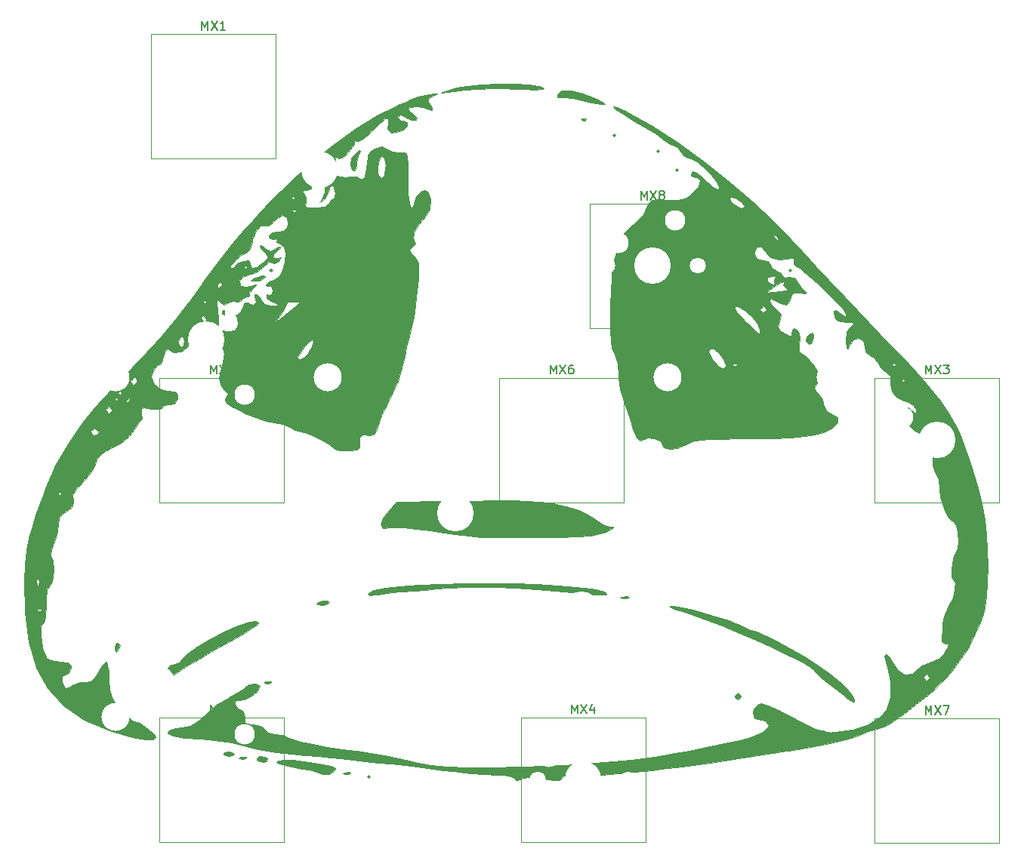
<source format=gto>
G04 #@! TF.GenerationSoftware,KiCad,Pcbnew,5.1.6*
G04 #@! TF.CreationDate,2020-09-17T01:01:23+03:00*
G04 #@! TF.ProjectId,StabTester,53746162-5465-4737-9465-722e6b696361,rev?*
G04 #@! TF.SameCoordinates,Original*
G04 #@! TF.FileFunction,Legend,Top*
G04 #@! TF.FilePolarity,Positive*
%FSLAX46Y46*%
G04 Gerber Fmt 4.6, Leading zero omitted, Abs format (unit mm)*
G04 Created by KiCad (PCBNEW 5.1.6) date 2020-09-17 01:01:23*
%MOMM*%
%LPD*%
G01*
G04 APERTURE LIST*
%ADD10C,0.010000*%
%ADD11C,0.120000*%
%ADD12C,0.150000*%
%ADD13C,4.087800*%
%ADD14C,3.148000*%
%ADD15C,1.850000*%
%ADD16C,3.150000*%
%ADD17C,4.100000*%
%ADD18C,1.800000*%
%ADD19C,2.300000*%
G04 APERTURE END LIST*
D10*
G04 #@! TO.C,G\u002A\u002A\u002A*
G36*
X146641973Y-54709686D02*
G01*
X147581391Y-55134595D01*
X148994412Y-55889096D01*
X150823135Y-56944075D01*
X150900695Y-56990083D01*
X153516679Y-58686593D01*
X156392820Y-60796842D01*
X159356371Y-63177431D01*
X162234590Y-65684958D01*
X164854731Y-68176023D01*
X166658005Y-70070736D01*
X167767958Y-71286125D01*
X169230734Y-72859196D01*
X170907203Y-74641868D01*
X172658240Y-76486062D01*
X174038487Y-77926163D01*
X176607349Y-80603785D01*
X178732304Y-82853377D01*
X180466451Y-84747706D01*
X181862887Y-86359538D01*
X182974707Y-87761640D01*
X183855011Y-89026777D01*
X184556894Y-90227717D01*
X185133454Y-91437227D01*
X185637787Y-92728071D01*
X186122992Y-94173017D01*
X186297386Y-94726266D01*
X187039763Y-97187951D01*
X187568413Y-99190146D01*
X187917175Y-100934059D01*
X188119885Y-102620897D01*
X188210382Y-104451866D01*
X188224638Y-106186111D01*
X188195674Y-108174781D01*
X188105574Y-109656379D01*
X187928984Y-110828482D01*
X187640550Y-111888664D01*
X187409758Y-112536111D01*
X186020690Y-115443264D01*
X184206853Y-118072621D01*
X182674366Y-119708571D01*
X181533396Y-120705330D01*
X180243685Y-121746587D01*
X178941994Y-122732218D01*
X177765088Y-123562099D01*
X176849727Y-124136107D01*
X176332677Y-124354118D01*
X176328777Y-124354166D01*
X175803488Y-124476119D01*
X174835951Y-124795620D01*
X173652791Y-125236922D01*
X172364052Y-125646719D01*
X170541919Y-126094158D01*
X168354570Y-126542011D01*
X165970184Y-126953049D01*
X165736594Y-126989281D01*
X163018452Y-127401389D01*
X160283303Y-127806602D01*
X157650602Y-128188031D01*
X155239804Y-128528787D01*
X153170364Y-128811980D01*
X151561735Y-129020722D01*
X150547917Y-129136738D01*
X149751566Y-129214795D01*
X148459567Y-129343277D01*
X146878244Y-129501614D01*
X145809793Y-129609103D01*
X144187874Y-129745803D01*
X142756716Y-129817841D01*
X141707158Y-129818194D01*
X141311876Y-129774682D01*
X140646400Y-129757410D01*
X140493750Y-130005455D01*
X140284905Y-130258839D01*
X139582060Y-130262942D01*
X138994444Y-130172792D01*
X137663488Y-129963576D01*
X136784151Y-129921455D01*
X136122770Y-130045618D01*
X135819444Y-130161748D01*
X135301124Y-130224605D01*
X135202083Y-130036354D01*
X134869489Y-129801754D01*
X133943129Y-129668559D01*
X133159443Y-129645833D01*
X131926752Y-129595605D01*
X130255154Y-129460352D01*
X128402956Y-129263215D01*
X127250415Y-129116404D01*
X125431929Y-128876992D01*
X123645610Y-128658237D01*
X122143414Y-128490229D01*
X121443750Y-128422917D01*
X119945288Y-128286833D01*
X118402819Y-128132698D01*
X117827778Y-128070401D01*
X116347398Y-127903808D01*
X114791804Y-127728605D01*
X114476389Y-127693058D01*
X113246421Y-127571808D01*
X111664850Y-127439014D01*
X110154861Y-127329025D01*
X108394940Y-127126851D01*
X106491988Y-126778235D01*
X105114026Y-126430544D01*
X103469825Y-126039777D01*
X101563441Y-125739802D01*
X99998748Y-125606759D01*
X98131039Y-125488347D01*
X96885540Y-125297933D01*
X96287830Y-125042329D01*
X96363486Y-124728344D01*
X96455143Y-124663252D01*
X97150428Y-124435092D01*
X97891801Y-124359568D01*
X98813972Y-124175727D01*
X99813642Y-123575980D01*
X101034353Y-122472372D01*
X101131054Y-122374724D01*
X101909593Y-121747768D01*
X102972814Y-121077416D01*
X103339953Y-120880460D01*
X104267301Y-120360179D01*
X104906271Y-119911308D01*
X105036468Y-119773096D01*
X105473545Y-119498511D01*
X106097411Y-119423672D01*
X106562072Y-119563514D01*
X106627083Y-119704437D01*
X106340625Y-120238387D01*
X105669075Y-120809796D01*
X104894169Y-121225581D01*
X104305221Y-121295686D01*
X103884975Y-121279102D01*
X103878227Y-121745054D01*
X104177475Y-122255674D01*
X104443174Y-122325694D01*
X104794780Y-122544466D01*
X104940609Y-123231447D01*
X104904971Y-123736805D01*
X105178801Y-123924618D01*
X105883785Y-124001389D01*
X106710379Y-124170889D01*
X107107435Y-124530555D01*
X107581880Y-124924417D01*
X108309345Y-125059722D01*
X109167374Y-125178161D01*
X109667475Y-125419002D01*
X110160168Y-125631415D01*
X111188898Y-125906220D01*
X112590581Y-126210707D01*
X114202136Y-126512167D01*
X115860482Y-126777893D01*
X117402537Y-126975176D01*
X117452987Y-126980501D01*
X119083586Y-127208809D01*
X121046430Y-127566091D01*
X122996210Y-127984519D01*
X124437403Y-128352430D01*
X125737146Y-128586956D01*
X127627932Y-128739248D01*
X130000676Y-128814417D01*
X132746293Y-128817573D01*
X135755697Y-128753826D01*
X138919803Y-128628287D01*
X142129526Y-128446066D01*
X145275780Y-128212273D01*
X148249482Y-127932018D01*
X150941544Y-127610413D01*
X153242882Y-127252567D01*
X154781250Y-126930918D01*
X156320549Y-126581027D01*
X157936094Y-126258399D01*
X158744916Y-126118313D01*
X160476294Y-125764002D01*
X161951626Y-125308353D01*
X163046599Y-124803621D01*
X163636902Y-124302055D01*
X163699555Y-124035737D01*
X163309592Y-123578674D01*
X162890308Y-123484025D01*
X162099619Y-123276795D01*
X161881033Y-122680377D01*
X162066796Y-122137345D01*
X162391667Y-121754093D01*
X162887394Y-121644852D01*
X163656437Y-121836737D01*
X164801255Y-122356862D01*
X166424307Y-123232342D01*
X166620094Y-123342299D01*
X168054890Y-124107718D01*
X169144496Y-124555151D01*
X170128554Y-124761298D01*
X171185417Y-124803496D01*
X173137507Y-124570309D01*
X174895981Y-123958704D01*
X176279234Y-123049044D01*
X176939333Y-122257284D01*
X177335450Y-120995698D01*
X177343296Y-119358367D01*
X177208562Y-118709722D01*
X181063195Y-118709722D01*
X181331650Y-119052248D01*
X181415972Y-119062500D01*
X181758499Y-118794045D01*
X181768750Y-118709722D01*
X181500295Y-118367195D01*
X181415972Y-118356944D01*
X181073446Y-118625399D01*
X181063195Y-118709722D01*
X177208562Y-118709722D01*
X176968664Y-117554803D01*
X176795259Y-117046516D01*
X176660882Y-116315265D01*
X176874088Y-116098270D01*
X177266445Y-116428599D01*
X177518319Y-116904554D01*
X178153171Y-117888144D01*
X178947807Y-118367098D01*
X179747132Y-118278655D01*
X180134455Y-117963220D01*
X180916804Y-117385008D01*
X181760255Y-117071004D01*
X182710515Y-116643068D01*
X183342809Y-116034891D01*
X183796051Y-115258956D01*
X183810740Y-114924388D01*
X183444444Y-114917361D01*
X183127305Y-114715156D01*
X183114724Y-114300000D01*
X183195523Y-113360193D01*
X183202097Y-112743026D01*
X183364154Y-111878222D01*
X183793467Y-110856315D01*
X183884596Y-110694389D01*
X184320111Y-109741628D01*
X184559422Y-108797135D01*
X184571405Y-108071108D01*
X184324938Y-107773742D01*
X184317066Y-107773611D01*
X184167564Y-107474732D01*
X184153170Y-106755737D01*
X184246442Y-105883083D01*
X184419942Y-105123229D01*
X184628237Y-104751969D01*
X184870418Y-104262990D01*
X184952979Y-103389274D01*
X184890348Y-102414726D01*
X184696953Y-101623253D01*
X184453370Y-101310921D01*
X183856424Y-100771496D01*
X183318733Y-99767922D01*
X182942825Y-98540279D01*
X182827083Y-97502764D01*
X182710041Y-96509326D01*
X182421883Y-95794194D01*
X182356690Y-95720348D01*
X182041458Y-94961641D01*
X182044580Y-93838889D01*
X183179861Y-93838889D01*
X183356250Y-94015277D01*
X183532639Y-93838889D01*
X183356250Y-93662500D01*
X183179861Y-93838889D01*
X182044580Y-93838889D01*
X182045168Y-93627526D01*
X182113215Y-92616489D01*
X181977975Y-92066568D01*
X181511388Y-91737344D01*
X180916451Y-91508519D01*
X179969112Y-90968608D01*
X179865401Y-90861043D01*
X182637860Y-90861043D01*
X182698694Y-91334274D01*
X183056340Y-91721040D01*
X183631871Y-91969412D01*
X183832786Y-91741734D01*
X183576186Y-91204382D01*
X183407091Y-91017110D01*
X182871640Y-90703127D01*
X182637860Y-90861043D01*
X179865401Y-90861043D01*
X179228741Y-90200728D01*
X178816728Y-89386604D01*
X178854459Y-88707962D01*
X178955774Y-88573253D01*
X179386500Y-88435765D01*
X179647592Y-88716343D01*
X180028396Y-89041530D01*
X180204066Y-88994776D01*
X180191372Y-88606374D01*
X179778102Y-88114499D01*
X179189907Y-87740709D01*
X178850014Y-87665277D01*
X178109059Y-87362849D01*
X177522340Y-86651853D01*
X177304056Y-85826726D01*
X177344185Y-85595377D01*
X177333363Y-85372222D01*
X178593750Y-85372222D01*
X178770139Y-85548611D01*
X178946528Y-85372222D01*
X178770139Y-85195833D01*
X178593750Y-85372222D01*
X177333363Y-85372222D01*
X177309840Y-84887226D01*
X176870707Y-84512137D01*
X176206377Y-83918194D01*
X176035975Y-83608333D01*
X177535417Y-83608333D01*
X177711806Y-83784722D01*
X177888195Y-83608333D01*
X177711806Y-83431944D01*
X177535417Y-83608333D01*
X176035975Y-83608333D01*
X175960125Y-83470408D01*
X175467034Y-82829073D01*
X175052671Y-82620693D01*
X174507719Y-82208929D01*
X174446993Y-81613606D01*
X174287735Y-80916647D01*
X173783989Y-80630807D01*
X173187750Y-80790348D01*
X172765404Y-81384962D01*
X172572982Y-81861205D01*
X172455150Y-81757106D01*
X172341958Y-81019439D01*
X172380309Y-79986243D01*
X172836429Y-79354964D01*
X173208556Y-79021187D01*
X173041269Y-78886084D01*
X172369688Y-78857052D01*
X171425210Y-78661531D01*
X171038467Y-78266174D01*
X170950626Y-77629739D01*
X171242283Y-77472034D01*
X171614630Y-77722824D01*
X172186474Y-78151007D01*
X172399748Y-78062661D01*
X172186708Y-77584084D01*
X171883553Y-77221455D01*
X170475492Y-75780375D01*
X169169509Y-74514083D01*
X168058949Y-73507047D01*
X167237157Y-72843734D01*
X166797478Y-72608613D01*
X166787067Y-72609635D01*
X166529576Y-72385025D01*
X166525858Y-72057985D01*
X166488604Y-71642560D01*
X166047622Y-71668270D01*
X165820303Y-71748370D01*
X164785456Y-71870291D01*
X163846683Y-71554565D01*
X163308060Y-70937854D01*
X162878431Y-70424824D01*
X162375850Y-70418899D01*
X162076988Y-70867207D01*
X162077994Y-71172916D01*
X162364237Y-71786244D01*
X162984475Y-71882631D01*
X163631858Y-71998829D01*
X163777083Y-72299830D01*
X164070834Y-72799429D01*
X164482639Y-73025000D01*
X165053265Y-73359214D01*
X165188195Y-73619084D01*
X165468865Y-73837329D01*
X165915330Y-73799084D01*
X166619371Y-73863433D01*
X166863607Y-74198911D01*
X167320670Y-74929722D01*
X167635777Y-75253006D01*
X167934395Y-75566668D01*
X167679106Y-75627052D01*
X167216667Y-75566510D01*
X166491080Y-75575902D01*
X166241126Y-75807948D01*
X166060641Y-76440536D01*
X165932726Y-76678182D01*
X165609509Y-76947418D01*
X165091539Y-76787787D01*
X164703405Y-76549414D01*
X164021783Y-76237412D01*
X163767298Y-76376803D01*
X163966312Y-76838302D01*
X164529601Y-77401812D01*
X165037898Y-77957743D01*
X164996897Y-78523918D01*
X164889266Y-78745215D01*
X164701480Y-79336498D01*
X165009623Y-79794037D01*
X165371470Y-80052627D01*
X165987782Y-80410223D01*
X166218774Y-80350098D01*
X166246528Y-80088688D01*
X166414709Y-79613739D01*
X166561562Y-79551388D01*
X166970459Y-79855025D01*
X167167704Y-80599310D01*
X167089914Y-81519699D01*
X167055951Y-82203736D01*
X167354812Y-82376021D01*
X167833932Y-82647410D01*
X168463882Y-83325453D01*
X168693857Y-83640815D01*
X169214320Y-84495494D01*
X169335384Y-85067184D01*
X169108820Y-85615353D01*
X169092937Y-85640977D01*
X168818857Y-86258957D01*
X169048786Y-86675305D01*
X169203246Y-86796324D01*
X169673293Y-87471320D01*
X169774306Y-87977483D01*
X170098925Y-88733242D01*
X170681919Y-89086148D01*
X171377594Y-89552412D01*
X171417261Y-90119974D01*
X170829791Y-90720571D01*
X169771187Y-91239528D01*
X168886652Y-91495490D01*
X167733116Y-91678492D01*
X166187991Y-91799893D01*
X164128690Y-91871054D01*
X162718750Y-91893045D01*
X160245765Y-91922114D01*
X158376930Y-91953864D01*
X157010870Y-91997712D01*
X156046212Y-92063076D01*
X155381582Y-92159374D01*
X154915606Y-92296022D01*
X154546909Y-92482439D01*
X154244174Y-92680329D01*
X153437200Y-93016959D01*
X152592113Y-93078488D01*
X151962030Y-92878148D01*
X151782639Y-92551653D01*
X151485171Y-92153795D01*
X150812326Y-91885583D01*
X150093441Y-91842242D01*
X149769620Y-91969609D01*
X149264318Y-92176407D01*
X148844362Y-91840742D01*
X148453208Y-90897313D01*
X148264961Y-90232004D01*
X147890021Y-88958677D01*
X147472673Y-87770557D01*
X147334624Y-87435574D01*
X147025319Y-86367352D01*
X146855145Y-85064843D01*
X146843750Y-84689134D01*
X146731918Y-83509172D01*
X146451471Y-82506327D01*
X146322983Y-82259551D01*
X146289936Y-82185213D01*
X156960172Y-82185213D01*
X157290908Y-82879909D01*
X157444719Y-83103933D01*
X158117921Y-83881744D01*
X158606314Y-84117737D01*
X158831595Y-83781372D01*
X158838195Y-83647415D01*
X158807519Y-83549537D01*
X159661343Y-83549537D01*
X159709768Y-83759263D01*
X159896528Y-83784722D01*
X160186904Y-83655646D01*
X160131713Y-83549537D01*
X159713048Y-83507316D01*
X159661343Y-83549537D01*
X158807519Y-83549537D01*
X158627778Y-82976054D01*
X158131988Y-82304858D01*
X157554008Y-81851389D01*
X157125052Y-81813081D01*
X156960172Y-82185213D01*
X146289936Y-82185213D01*
X146100773Y-81759712D01*
X145962295Y-80994412D01*
X145898809Y-79842538D01*
X145901571Y-78182979D01*
X145924188Y-77211356D01*
X159840701Y-77211356D01*
X160067252Y-77644639D01*
X160788223Y-78449362D01*
X160989173Y-78654699D01*
X161895927Y-79568558D01*
X162413221Y-80050746D01*
X162650209Y-80168781D01*
X162716047Y-79990182D01*
X162718750Y-79724567D01*
X162453364Y-79058045D01*
X161806295Y-78252064D01*
X161001175Y-77529657D01*
X160832324Y-77434722D01*
X162718750Y-77434722D01*
X162987205Y-77777248D01*
X163071528Y-77787500D01*
X163414054Y-77519045D01*
X163424306Y-77434722D01*
X163155851Y-77092195D01*
X163071528Y-77081944D01*
X162729001Y-77350399D01*
X162718750Y-77434722D01*
X160832324Y-77434722D01*
X160261638Y-77113859D01*
X160069036Y-77081944D01*
X159840701Y-77211356D01*
X145924188Y-77211356D01*
X145932576Y-76851026D01*
X145987847Y-75558922D01*
X163342848Y-75558922D01*
X164177327Y-75467887D01*
X165070205Y-75370678D01*
X165540972Y-75319602D01*
X165839916Y-75213897D01*
X165626969Y-75083685D01*
X165340739Y-74736843D01*
X165383205Y-74582369D01*
X165427962Y-74286799D01*
X165034984Y-74371015D01*
X164336122Y-74798409D01*
X164177327Y-74917166D01*
X163342848Y-75558922D01*
X145987847Y-75558922D01*
X146009142Y-75061112D01*
X146072398Y-74197240D01*
X163507942Y-74197240D01*
X163659491Y-74377314D01*
X164088447Y-74603068D01*
X164368545Y-74506238D01*
X164324872Y-74289853D01*
X164399643Y-73899599D01*
X164568635Y-73796641D01*
X164631502Y-73682209D01*
X164218056Y-73665194D01*
X163528420Y-73824243D01*
X163507942Y-74197240D01*
X146072398Y-74197240D01*
X146124774Y-73481966D01*
X146264568Y-72271583D01*
X146413618Y-71587957D01*
X146433104Y-71545627D01*
X146770053Y-70647711D01*
X146930394Y-69904712D01*
X147282450Y-69069177D01*
X164186728Y-69069177D01*
X164272563Y-69266326D01*
X164627772Y-69645049D01*
X164831983Y-69567359D01*
X164835417Y-69518042D01*
X164584846Y-69219656D01*
X164428132Y-69110757D01*
X164186728Y-69069177D01*
X147282450Y-69069177D01*
X147309967Y-69003872D01*
X147920772Y-68358835D01*
X148981193Y-67545144D01*
X149621929Y-66795628D01*
X150020954Y-65963647D01*
X150282177Y-65422821D01*
X150669028Y-65160295D01*
X151390657Y-65100340D01*
X152286491Y-65143329D01*
X153493730Y-65166293D01*
X154284796Y-64996069D01*
X154449564Y-64886174D01*
X159274706Y-64886174D01*
X159354492Y-65224488D01*
X159745892Y-65609092D01*
X160539197Y-66083475D01*
X160920224Y-65998508D01*
X160954861Y-65805467D01*
X160686163Y-65399307D01*
X160094328Y-65014786D01*
X159500750Y-64827754D01*
X159274706Y-64886174D01*
X154449564Y-64886174D01*
X154938710Y-64559931D01*
X155105139Y-64408644D01*
X155788839Y-63599940D01*
X155993733Y-62970965D01*
X155694397Y-62641007D01*
X155486806Y-62618055D01*
X155017340Y-62427565D01*
X154957639Y-62265277D01*
X155115279Y-61939806D01*
X155616203Y-62134892D01*
X156502415Y-62868467D01*
X156614201Y-62972465D01*
X157469438Y-63726137D01*
X157942208Y-63997163D01*
X158122199Y-63827182D01*
X158132639Y-63677405D01*
X157880239Y-63122532D01*
X157250367Y-62339081D01*
X156434013Y-61516395D01*
X155622167Y-60843818D01*
X155005820Y-60510693D01*
X154929001Y-60501389D01*
X154255569Y-60217874D01*
X153899306Y-59795833D01*
X153442549Y-59236340D01*
X153120922Y-59090277D01*
X152569122Y-58872515D01*
X152072571Y-58504236D01*
X151258412Y-57865120D01*
X150744432Y-57534097D01*
X148784665Y-56406325D01*
X147357906Y-55537484D01*
X146494999Y-54947343D01*
X146226791Y-54655672D01*
X146234060Y-54643486D01*
X146641973Y-54709686D01*
G37*
X146641973Y-54709686D02*
X147581391Y-55134595D01*
X148994412Y-55889096D01*
X150823135Y-56944075D01*
X150900695Y-56990083D01*
X153516679Y-58686593D01*
X156392820Y-60796842D01*
X159356371Y-63177431D01*
X162234590Y-65684958D01*
X164854731Y-68176023D01*
X166658005Y-70070736D01*
X167767958Y-71286125D01*
X169230734Y-72859196D01*
X170907203Y-74641868D01*
X172658240Y-76486062D01*
X174038487Y-77926163D01*
X176607349Y-80603785D01*
X178732304Y-82853377D01*
X180466451Y-84747706D01*
X181862887Y-86359538D01*
X182974707Y-87761640D01*
X183855011Y-89026777D01*
X184556894Y-90227717D01*
X185133454Y-91437227D01*
X185637787Y-92728071D01*
X186122992Y-94173017D01*
X186297386Y-94726266D01*
X187039763Y-97187951D01*
X187568413Y-99190146D01*
X187917175Y-100934059D01*
X188119885Y-102620897D01*
X188210382Y-104451866D01*
X188224638Y-106186111D01*
X188195674Y-108174781D01*
X188105574Y-109656379D01*
X187928984Y-110828482D01*
X187640550Y-111888664D01*
X187409758Y-112536111D01*
X186020690Y-115443264D01*
X184206853Y-118072621D01*
X182674366Y-119708571D01*
X181533396Y-120705330D01*
X180243685Y-121746587D01*
X178941994Y-122732218D01*
X177765088Y-123562099D01*
X176849727Y-124136107D01*
X176332677Y-124354118D01*
X176328777Y-124354166D01*
X175803488Y-124476119D01*
X174835951Y-124795620D01*
X173652791Y-125236922D01*
X172364052Y-125646719D01*
X170541919Y-126094158D01*
X168354570Y-126542011D01*
X165970184Y-126953049D01*
X165736594Y-126989281D01*
X163018452Y-127401389D01*
X160283303Y-127806602D01*
X157650602Y-128188031D01*
X155239804Y-128528787D01*
X153170364Y-128811980D01*
X151561735Y-129020722D01*
X150547917Y-129136738D01*
X149751566Y-129214795D01*
X148459567Y-129343277D01*
X146878244Y-129501614D01*
X145809793Y-129609103D01*
X144187874Y-129745803D01*
X142756716Y-129817841D01*
X141707158Y-129818194D01*
X141311876Y-129774682D01*
X140646400Y-129757410D01*
X140493750Y-130005455D01*
X140284905Y-130258839D01*
X139582060Y-130262942D01*
X138994444Y-130172792D01*
X137663488Y-129963576D01*
X136784151Y-129921455D01*
X136122770Y-130045618D01*
X135819444Y-130161748D01*
X135301124Y-130224605D01*
X135202083Y-130036354D01*
X134869489Y-129801754D01*
X133943129Y-129668559D01*
X133159443Y-129645833D01*
X131926752Y-129595605D01*
X130255154Y-129460352D01*
X128402956Y-129263215D01*
X127250415Y-129116404D01*
X125431929Y-128876992D01*
X123645610Y-128658237D01*
X122143414Y-128490229D01*
X121443750Y-128422917D01*
X119945288Y-128286833D01*
X118402819Y-128132698D01*
X117827778Y-128070401D01*
X116347398Y-127903808D01*
X114791804Y-127728605D01*
X114476389Y-127693058D01*
X113246421Y-127571808D01*
X111664850Y-127439014D01*
X110154861Y-127329025D01*
X108394940Y-127126851D01*
X106491988Y-126778235D01*
X105114026Y-126430544D01*
X103469825Y-126039777D01*
X101563441Y-125739802D01*
X99998748Y-125606759D01*
X98131039Y-125488347D01*
X96885540Y-125297933D01*
X96287830Y-125042329D01*
X96363486Y-124728344D01*
X96455143Y-124663252D01*
X97150428Y-124435092D01*
X97891801Y-124359568D01*
X98813972Y-124175727D01*
X99813642Y-123575980D01*
X101034353Y-122472372D01*
X101131054Y-122374724D01*
X101909593Y-121747768D01*
X102972814Y-121077416D01*
X103339953Y-120880460D01*
X104267301Y-120360179D01*
X104906271Y-119911308D01*
X105036468Y-119773096D01*
X105473545Y-119498511D01*
X106097411Y-119423672D01*
X106562072Y-119563514D01*
X106627083Y-119704437D01*
X106340625Y-120238387D01*
X105669075Y-120809796D01*
X104894169Y-121225581D01*
X104305221Y-121295686D01*
X103884975Y-121279102D01*
X103878227Y-121745054D01*
X104177475Y-122255674D01*
X104443174Y-122325694D01*
X104794780Y-122544466D01*
X104940609Y-123231447D01*
X104904971Y-123736805D01*
X105178801Y-123924618D01*
X105883785Y-124001389D01*
X106710379Y-124170889D01*
X107107435Y-124530555D01*
X107581880Y-124924417D01*
X108309345Y-125059722D01*
X109167374Y-125178161D01*
X109667475Y-125419002D01*
X110160168Y-125631415D01*
X111188898Y-125906220D01*
X112590581Y-126210707D01*
X114202136Y-126512167D01*
X115860482Y-126777893D01*
X117402537Y-126975176D01*
X117452987Y-126980501D01*
X119083586Y-127208809D01*
X121046430Y-127566091D01*
X122996210Y-127984519D01*
X124437403Y-128352430D01*
X125737146Y-128586956D01*
X127627932Y-128739248D01*
X130000676Y-128814417D01*
X132746293Y-128817573D01*
X135755697Y-128753826D01*
X138919803Y-128628287D01*
X142129526Y-128446066D01*
X145275780Y-128212273D01*
X148249482Y-127932018D01*
X150941544Y-127610413D01*
X153242882Y-127252567D01*
X154781250Y-126930918D01*
X156320549Y-126581027D01*
X157936094Y-126258399D01*
X158744916Y-126118313D01*
X160476294Y-125764002D01*
X161951626Y-125308353D01*
X163046599Y-124803621D01*
X163636902Y-124302055D01*
X163699555Y-124035737D01*
X163309592Y-123578674D01*
X162890308Y-123484025D01*
X162099619Y-123276795D01*
X161881033Y-122680377D01*
X162066796Y-122137345D01*
X162391667Y-121754093D01*
X162887394Y-121644852D01*
X163656437Y-121836737D01*
X164801255Y-122356862D01*
X166424307Y-123232342D01*
X166620094Y-123342299D01*
X168054890Y-124107718D01*
X169144496Y-124555151D01*
X170128554Y-124761298D01*
X171185417Y-124803496D01*
X173137507Y-124570309D01*
X174895981Y-123958704D01*
X176279234Y-123049044D01*
X176939333Y-122257284D01*
X177335450Y-120995698D01*
X177343296Y-119358367D01*
X177208562Y-118709722D01*
X181063195Y-118709722D01*
X181331650Y-119052248D01*
X181415972Y-119062500D01*
X181758499Y-118794045D01*
X181768750Y-118709722D01*
X181500295Y-118367195D01*
X181415972Y-118356944D01*
X181073446Y-118625399D01*
X181063195Y-118709722D01*
X177208562Y-118709722D01*
X176968664Y-117554803D01*
X176795259Y-117046516D01*
X176660882Y-116315265D01*
X176874088Y-116098270D01*
X177266445Y-116428599D01*
X177518319Y-116904554D01*
X178153171Y-117888144D01*
X178947807Y-118367098D01*
X179747132Y-118278655D01*
X180134455Y-117963220D01*
X180916804Y-117385008D01*
X181760255Y-117071004D01*
X182710515Y-116643068D01*
X183342809Y-116034891D01*
X183796051Y-115258956D01*
X183810740Y-114924388D01*
X183444444Y-114917361D01*
X183127305Y-114715156D01*
X183114724Y-114300000D01*
X183195523Y-113360193D01*
X183202097Y-112743026D01*
X183364154Y-111878222D01*
X183793467Y-110856315D01*
X183884596Y-110694389D01*
X184320111Y-109741628D01*
X184559422Y-108797135D01*
X184571405Y-108071108D01*
X184324938Y-107773742D01*
X184317066Y-107773611D01*
X184167564Y-107474732D01*
X184153170Y-106755737D01*
X184246442Y-105883083D01*
X184419942Y-105123229D01*
X184628237Y-104751969D01*
X184870418Y-104262990D01*
X184952979Y-103389274D01*
X184890348Y-102414726D01*
X184696953Y-101623253D01*
X184453370Y-101310921D01*
X183856424Y-100771496D01*
X183318733Y-99767922D01*
X182942825Y-98540279D01*
X182827083Y-97502764D01*
X182710041Y-96509326D01*
X182421883Y-95794194D01*
X182356690Y-95720348D01*
X182041458Y-94961641D01*
X182044580Y-93838889D01*
X183179861Y-93838889D01*
X183356250Y-94015277D01*
X183532639Y-93838889D01*
X183356250Y-93662500D01*
X183179861Y-93838889D01*
X182044580Y-93838889D01*
X182045168Y-93627526D01*
X182113215Y-92616489D01*
X181977975Y-92066568D01*
X181511388Y-91737344D01*
X180916451Y-91508519D01*
X179969112Y-90968608D01*
X179865401Y-90861043D01*
X182637860Y-90861043D01*
X182698694Y-91334274D01*
X183056340Y-91721040D01*
X183631871Y-91969412D01*
X183832786Y-91741734D01*
X183576186Y-91204382D01*
X183407091Y-91017110D01*
X182871640Y-90703127D01*
X182637860Y-90861043D01*
X179865401Y-90861043D01*
X179228741Y-90200728D01*
X178816728Y-89386604D01*
X178854459Y-88707962D01*
X178955774Y-88573253D01*
X179386500Y-88435765D01*
X179647592Y-88716343D01*
X180028396Y-89041530D01*
X180204066Y-88994776D01*
X180191372Y-88606374D01*
X179778102Y-88114499D01*
X179189907Y-87740709D01*
X178850014Y-87665277D01*
X178109059Y-87362849D01*
X177522340Y-86651853D01*
X177304056Y-85826726D01*
X177344185Y-85595377D01*
X177333363Y-85372222D01*
X178593750Y-85372222D01*
X178770139Y-85548611D01*
X178946528Y-85372222D01*
X178770139Y-85195833D01*
X178593750Y-85372222D01*
X177333363Y-85372222D01*
X177309840Y-84887226D01*
X176870707Y-84512137D01*
X176206377Y-83918194D01*
X176035975Y-83608333D01*
X177535417Y-83608333D01*
X177711806Y-83784722D01*
X177888195Y-83608333D01*
X177711806Y-83431944D01*
X177535417Y-83608333D01*
X176035975Y-83608333D01*
X175960125Y-83470408D01*
X175467034Y-82829073D01*
X175052671Y-82620693D01*
X174507719Y-82208929D01*
X174446993Y-81613606D01*
X174287735Y-80916647D01*
X173783989Y-80630807D01*
X173187750Y-80790348D01*
X172765404Y-81384962D01*
X172572982Y-81861205D01*
X172455150Y-81757106D01*
X172341958Y-81019439D01*
X172380309Y-79986243D01*
X172836429Y-79354964D01*
X173208556Y-79021187D01*
X173041269Y-78886084D01*
X172369688Y-78857052D01*
X171425210Y-78661531D01*
X171038467Y-78266174D01*
X170950626Y-77629739D01*
X171242283Y-77472034D01*
X171614630Y-77722824D01*
X172186474Y-78151007D01*
X172399748Y-78062661D01*
X172186708Y-77584084D01*
X171883553Y-77221455D01*
X170475492Y-75780375D01*
X169169509Y-74514083D01*
X168058949Y-73507047D01*
X167237157Y-72843734D01*
X166797478Y-72608613D01*
X166787067Y-72609635D01*
X166529576Y-72385025D01*
X166525858Y-72057985D01*
X166488604Y-71642560D01*
X166047622Y-71668270D01*
X165820303Y-71748370D01*
X164785456Y-71870291D01*
X163846683Y-71554565D01*
X163308060Y-70937854D01*
X162878431Y-70424824D01*
X162375850Y-70418899D01*
X162076988Y-70867207D01*
X162077994Y-71172916D01*
X162364237Y-71786244D01*
X162984475Y-71882631D01*
X163631858Y-71998829D01*
X163777083Y-72299830D01*
X164070834Y-72799429D01*
X164482639Y-73025000D01*
X165053265Y-73359214D01*
X165188195Y-73619084D01*
X165468865Y-73837329D01*
X165915330Y-73799084D01*
X166619371Y-73863433D01*
X166863607Y-74198911D01*
X167320670Y-74929722D01*
X167635777Y-75253006D01*
X167934395Y-75566668D01*
X167679106Y-75627052D01*
X167216667Y-75566510D01*
X166491080Y-75575902D01*
X166241126Y-75807948D01*
X166060641Y-76440536D01*
X165932726Y-76678182D01*
X165609509Y-76947418D01*
X165091539Y-76787787D01*
X164703405Y-76549414D01*
X164021783Y-76237412D01*
X163767298Y-76376803D01*
X163966312Y-76838302D01*
X164529601Y-77401812D01*
X165037898Y-77957743D01*
X164996897Y-78523918D01*
X164889266Y-78745215D01*
X164701480Y-79336498D01*
X165009623Y-79794037D01*
X165371470Y-80052627D01*
X165987782Y-80410223D01*
X166218774Y-80350098D01*
X166246528Y-80088688D01*
X166414709Y-79613739D01*
X166561562Y-79551388D01*
X166970459Y-79855025D01*
X167167704Y-80599310D01*
X167089914Y-81519699D01*
X167055951Y-82203736D01*
X167354812Y-82376021D01*
X167833932Y-82647410D01*
X168463882Y-83325453D01*
X168693857Y-83640815D01*
X169214320Y-84495494D01*
X169335384Y-85067184D01*
X169108820Y-85615353D01*
X169092937Y-85640977D01*
X168818857Y-86258957D01*
X169048786Y-86675305D01*
X169203246Y-86796324D01*
X169673293Y-87471320D01*
X169774306Y-87977483D01*
X170098925Y-88733242D01*
X170681919Y-89086148D01*
X171377594Y-89552412D01*
X171417261Y-90119974D01*
X170829791Y-90720571D01*
X169771187Y-91239528D01*
X168886652Y-91495490D01*
X167733116Y-91678492D01*
X166187991Y-91799893D01*
X164128690Y-91871054D01*
X162718750Y-91893045D01*
X160245765Y-91922114D01*
X158376930Y-91953864D01*
X157010870Y-91997712D01*
X156046212Y-92063076D01*
X155381582Y-92159374D01*
X154915606Y-92296022D01*
X154546909Y-92482439D01*
X154244174Y-92680329D01*
X153437200Y-93016959D01*
X152592113Y-93078488D01*
X151962030Y-92878148D01*
X151782639Y-92551653D01*
X151485171Y-92153795D01*
X150812326Y-91885583D01*
X150093441Y-91842242D01*
X149769620Y-91969609D01*
X149264318Y-92176407D01*
X148844362Y-91840742D01*
X148453208Y-90897313D01*
X148264961Y-90232004D01*
X147890021Y-88958677D01*
X147472673Y-87770557D01*
X147334624Y-87435574D01*
X147025319Y-86367352D01*
X146855145Y-85064843D01*
X146843750Y-84689134D01*
X146731918Y-83509172D01*
X146451471Y-82506327D01*
X146322983Y-82259551D01*
X146289936Y-82185213D01*
X156960172Y-82185213D01*
X157290908Y-82879909D01*
X157444719Y-83103933D01*
X158117921Y-83881744D01*
X158606314Y-84117737D01*
X158831595Y-83781372D01*
X158838195Y-83647415D01*
X158807519Y-83549537D01*
X159661343Y-83549537D01*
X159709768Y-83759263D01*
X159896528Y-83784722D01*
X160186904Y-83655646D01*
X160131713Y-83549537D01*
X159713048Y-83507316D01*
X159661343Y-83549537D01*
X158807519Y-83549537D01*
X158627778Y-82976054D01*
X158131988Y-82304858D01*
X157554008Y-81851389D01*
X157125052Y-81813081D01*
X156960172Y-82185213D01*
X146289936Y-82185213D01*
X146100773Y-81759712D01*
X145962295Y-80994412D01*
X145898809Y-79842538D01*
X145901571Y-78182979D01*
X145924188Y-77211356D01*
X159840701Y-77211356D01*
X160067252Y-77644639D01*
X160788223Y-78449362D01*
X160989173Y-78654699D01*
X161895927Y-79568558D01*
X162413221Y-80050746D01*
X162650209Y-80168781D01*
X162716047Y-79990182D01*
X162718750Y-79724567D01*
X162453364Y-79058045D01*
X161806295Y-78252064D01*
X161001175Y-77529657D01*
X160832324Y-77434722D01*
X162718750Y-77434722D01*
X162987205Y-77777248D01*
X163071528Y-77787500D01*
X163414054Y-77519045D01*
X163424306Y-77434722D01*
X163155851Y-77092195D01*
X163071528Y-77081944D01*
X162729001Y-77350399D01*
X162718750Y-77434722D01*
X160832324Y-77434722D01*
X160261638Y-77113859D01*
X160069036Y-77081944D01*
X159840701Y-77211356D01*
X145924188Y-77211356D01*
X145932576Y-76851026D01*
X145987847Y-75558922D01*
X163342848Y-75558922D01*
X164177327Y-75467887D01*
X165070205Y-75370678D01*
X165540972Y-75319602D01*
X165839916Y-75213897D01*
X165626969Y-75083685D01*
X165340739Y-74736843D01*
X165383205Y-74582369D01*
X165427962Y-74286799D01*
X165034984Y-74371015D01*
X164336122Y-74798409D01*
X164177327Y-74917166D01*
X163342848Y-75558922D01*
X145987847Y-75558922D01*
X146009142Y-75061112D01*
X146072398Y-74197240D01*
X163507942Y-74197240D01*
X163659491Y-74377314D01*
X164088447Y-74603068D01*
X164368545Y-74506238D01*
X164324872Y-74289853D01*
X164399643Y-73899599D01*
X164568635Y-73796641D01*
X164631502Y-73682209D01*
X164218056Y-73665194D01*
X163528420Y-73824243D01*
X163507942Y-74197240D01*
X146072398Y-74197240D01*
X146124774Y-73481966D01*
X146264568Y-72271583D01*
X146413618Y-71587957D01*
X146433104Y-71545627D01*
X146770053Y-70647711D01*
X146930394Y-69904712D01*
X147282450Y-69069177D01*
X164186728Y-69069177D01*
X164272563Y-69266326D01*
X164627772Y-69645049D01*
X164831983Y-69567359D01*
X164835417Y-69518042D01*
X164584846Y-69219656D01*
X164428132Y-69110757D01*
X164186728Y-69069177D01*
X147282450Y-69069177D01*
X147309967Y-69003872D01*
X147920772Y-68358835D01*
X148981193Y-67545144D01*
X149621929Y-66795628D01*
X150020954Y-65963647D01*
X150282177Y-65422821D01*
X150669028Y-65160295D01*
X151390657Y-65100340D01*
X152286491Y-65143329D01*
X153493730Y-65166293D01*
X154284796Y-64996069D01*
X154449564Y-64886174D01*
X159274706Y-64886174D01*
X159354492Y-65224488D01*
X159745892Y-65609092D01*
X160539197Y-66083475D01*
X160920224Y-65998508D01*
X160954861Y-65805467D01*
X160686163Y-65399307D01*
X160094328Y-65014786D01*
X159500750Y-64827754D01*
X159274706Y-64886174D01*
X154449564Y-64886174D01*
X154938710Y-64559931D01*
X155105139Y-64408644D01*
X155788839Y-63599940D01*
X155993733Y-62970965D01*
X155694397Y-62641007D01*
X155486806Y-62618055D01*
X155017340Y-62427565D01*
X154957639Y-62265277D01*
X155115279Y-61939806D01*
X155616203Y-62134892D01*
X156502415Y-62868467D01*
X156614201Y-62972465D01*
X157469438Y-63726137D01*
X157942208Y-63997163D01*
X158122199Y-63827182D01*
X158132639Y-63677405D01*
X157880239Y-63122532D01*
X157250367Y-62339081D01*
X156434013Y-61516395D01*
X155622167Y-60843818D01*
X155005820Y-60510693D01*
X154929001Y-60501389D01*
X154255569Y-60217874D01*
X153899306Y-59795833D01*
X153442549Y-59236340D01*
X153120922Y-59090277D01*
X152569122Y-58872515D01*
X152072571Y-58504236D01*
X151258412Y-57865120D01*
X150744432Y-57534097D01*
X148784665Y-56406325D01*
X147357906Y-55537484D01*
X146494999Y-54947343D01*
X146226791Y-54655672D01*
X146234060Y-54643486D01*
X146641973Y-54709686D01*
G36*
X118974306Y-129822222D02*
G01*
X118797917Y-129998611D01*
X118621528Y-129822222D01*
X118797917Y-129645833D01*
X118974306Y-129822222D01*
G37*
X118974306Y-129822222D02*
X118797917Y-129998611D01*
X118621528Y-129822222D01*
X118797917Y-129645833D01*
X118974306Y-129822222D01*
G36*
X110345183Y-127995861D02*
G01*
X111583034Y-128112583D01*
X112239605Y-128210350D01*
X113689684Y-128458854D01*
X114563483Y-128642092D01*
X114981242Y-128807369D01*
X115063198Y-129001992D01*
X114931867Y-129269584D01*
X114400239Y-129586262D01*
X113656513Y-129616907D01*
X113223821Y-129422201D01*
X112728413Y-129201019D01*
X112194886Y-129088310D01*
X111348192Y-128950100D01*
X110199736Y-128737074D01*
X109802083Y-128658499D01*
X108858990Y-128414758D01*
X108531421Y-128210138D01*
X108729709Y-128061125D01*
X109364186Y-127984204D01*
X110345183Y-127995861D01*
G37*
X110345183Y-127995861D02*
X111583034Y-128112583D01*
X112239605Y-128210350D01*
X113689684Y-128458854D01*
X114563483Y-128642092D01*
X114981242Y-128807369D01*
X115063198Y-129001992D01*
X114931867Y-129269584D01*
X114400239Y-129586262D01*
X113656513Y-129616907D01*
X113223821Y-129422201D01*
X112728413Y-129201019D01*
X112194886Y-129088310D01*
X111348192Y-128950100D01*
X110199736Y-128737074D01*
X109802083Y-128658499D01*
X108858990Y-128414758D01*
X108531421Y-128210138D01*
X108729709Y-128061125D01*
X109364186Y-127984204D01*
X110345183Y-127995861D01*
G36*
X116762095Y-129432696D02*
G01*
X116656883Y-129593038D01*
X116299074Y-129617982D01*
X115922648Y-129531827D01*
X116085938Y-129404845D01*
X116637287Y-129362789D01*
X116762095Y-129432696D01*
G37*
X116762095Y-129432696D02*
X116656883Y-129593038D01*
X116299074Y-129617982D01*
X115922648Y-129531827D01*
X116085938Y-129404845D01*
X116637287Y-129362789D01*
X116762095Y-129432696D01*
G36*
X107383274Y-127744167D02*
G01*
X107509028Y-127881944D01*
X107401013Y-128159612D01*
X107000681Y-128234722D01*
X106416219Y-128090790D01*
X106274306Y-127881944D01*
X106558532Y-127565531D01*
X106782652Y-127529166D01*
X107383274Y-127744167D01*
G37*
X107383274Y-127744167D02*
X107509028Y-127881944D01*
X107401013Y-128159612D01*
X107000681Y-128234722D01*
X106416219Y-128090790D01*
X106274306Y-127881944D01*
X106558532Y-127565531D01*
X106782652Y-127529166D01*
X107383274Y-127744167D01*
G36*
X105120428Y-127668807D02*
G01*
X105015216Y-127829149D01*
X104657407Y-127854093D01*
X104280982Y-127767938D01*
X104444271Y-127640957D01*
X104995620Y-127598900D01*
X105120428Y-127668807D01*
G37*
X105120428Y-127668807D02*
X105015216Y-127829149D01*
X104657407Y-127854093D01*
X104280982Y-127767938D01*
X104444271Y-127640957D01*
X104995620Y-127598900D01*
X105120428Y-127668807D01*
G36*
X103286992Y-127053150D02*
G01*
X103767474Y-127329037D01*
X103562163Y-127496196D01*
X103078486Y-127529166D01*
X102586630Y-127398920D01*
X102560617Y-127191796D01*
X103019543Y-126999609D01*
X103286992Y-127053150D01*
G37*
X103286992Y-127053150D02*
X103767474Y-127329037D01*
X103562163Y-127496196D01*
X103078486Y-127529166D01*
X102586630Y-127398920D01*
X102560617Y-127191796D01*
X103019543Y-126999609D01*
X103286992Y-127053150D01*
G36*
X126501368Y-53225791D02*
G01*
X126109784Y-53427696D01*
X126058254Y-53450151D01*
X125494036Y-53800269D01*
X125549839Y-54159518D01*
X125617282Y-54232698D01*
X125979172Y-54750208D01*
X125963098Y-55061423D01*
X125588889Y-54972456D01*
X124949094Y-54742895D01*
X124146787Y-54646477D01*
X123470532Y-54694322D01*
X123207639Y-54880696D01*
X123477100Y-55274412D01*
X123822061Y-55518511D01*
X124202965Y-55907926D01*
X124158795Y-56140047D01*
X123682023Y-56195238D01*
X123196382Y-55990117D01*
X122487909Y-55612828D01*
X122188999Y-55672098D01*
X122149306Y-55915277D01*
X122435040Y-56228255D01*
X122678472Y-56268055D01*
X123153952Y-56455296D01*
X123149835Y-56872211D01*
X122732510Y-57301591D01*
X122309471Y-57475326D01*
X121360567Y-57572131D01*
X120949367Y-57232055D01*
X120988847Y-56620482D01*
X121031432Y-56029939D01*
X120695127Y-56026556D01*
X119977142Y-56611520D01*
X119260490Y-57355787D01*
X118329172Y-58238265D01*
X117669056Y-58568540D01*
X117488881Y-58533950D01*
X117205891Y-58429784D01*
X117254177Y-58518914D01*
X117186310Y-58912060D01*
X116745868Y-59585883D01*
X116564820Y-59802717D01*
X115891027Y-60446321D01*
X115477490Y-60511559D01*
X115379934Y-60405716D01*
X115160021Y-60276216D01*
X115099152Y-60695416D01*
X114908651Y-61489525D01*
X114689945Y-61822416D01*
X114559282Y-62161175D01*
X115042696Y-62412731D01*
X115224772Y-62461803D01*
X116200890Y-62576648D01*
X116862948Y-62514450D01*
X117518211Y-62502835D01*
X117763608Y-62656928D01*
X118112057Y-62889251D01*
X118412676Y-62536406D01*
X118595797Y-61718444D01*
X118609898Y-61422575D01*
X119815759Y-61422575D01*
X119872725Y-62183881D01*
X119938497Y-62353472D01*
X120274827Y-62656715D01*
X120569498Y-62371989D01*
X120729907Y-61615037D01*
X120738195Y-61353935D01*
X120639021Y-60462790D01*
X120335748Y-60227756D01*
X120297222Y-60238350D01*
X119977128Y-60656912D01*
X119815759Y-61422575D01*
X118609898Y-61422575D01*
X118621528Y-61178561D01*
X118708065Y-60195779D01*
X119054507Y-59642973D01*
X119513042Y-59374506D01*
X120298305Y-59145107D01*
X120813322Y-59377098D01*
X120818319Y-59382069D01*
X121460339Y-59691177D01*
X122219861Y-59795833D01*
X122709116Y-59807268D01*
X123017875Y-59928711D01*
X123185068Y-60290866D01*
X123249623Y-61024439D01*
X123250472Y-62260134D01*
X123237723Y-63213273D01*
X123266915Y-64487184D01*
X123375971Y-65466806D01*
X123541997Y-65955373D01*
X123558275Y-65968121D01*
X123846769Y-65871451D01*
X123913195Y-65531653D01*
X124170389Y-64694566D01*
X124782672Y-64125309D01*
X125178432Y-64029166D01*
X125512034Y-64337031D01*
X125751239Y-65083774D01*
X125760153Y-65140779D01*
X125699171Y-66224881D01*
X125182832Y-66988126D01*
X124375606Y-67941353D01*
X123882782Y-68826140D01*
X123781527Y-69478257D01*
X123919267Y-69677364D01*
X124040428Y-70044133D01*
X123760548Y-70359462D01*
X123427135Y-70751081D01*
X123622759Y-71138966D01*
X123893171Y-71386655D01*
X124201972Y-71715991D01*
X124375993Y-72149257D01*
X124429889Y-72841901D01*
X124378317Y-73949367D01*
X124263842Y-75318055D01*
X124094047Y-76896039D01*
X123892446Y-78301834D01*
X123691973Y-79320437D01*
X123607070Y-79605429D01*
X123356652Y-80454671D01*
X123071551Y-81699007D01*
X122865179Y-82780429D01*
X122116686Y-85476007D01*
X120783670Y-88369525D01*
X120384235Y-89076389D01*
X120079663Y-89813937D01*
X119865476Y-90595872D01*
X119506627Y-91373992D01*
X119050714Y-91525387D01*
X118155957Y-91513653D01*
X117797804Y-91786112D01*
X117816133Y-92357176D01*
X117837864Y-92882920D01*
X117518943Y-93137373D01*
X116686110Y-93244031D01*
X116561100Y-93251724D01*
X115621484Y-93229543D01*
X115019471Y-93071780D01*
X114947731Y-93006084D01*
X114463588Y-92593018D01*
X113578591Y-92075052D01*
X112556613Y-91583810D01*
X111661531Y-91250915D01*
X111290526Y-91181836D01*
X110536157Y-90967505D01*
X109999240Y-90652669D01*
X109148079Y-90274553D01*
X108211091Y-90134722D01*
X107346085Y-89978810D01*
X106122572Y-89569273D01*
X104799770Y-88993403D01*
X104751599Y-88969696D01*
X103541289Y-88337793D01*
X102893617Y-87896274D01*
X102717969Y-87568936D01*
X102835582Y-87358447D01*
X103066036Y-86920218D01*
X102693911Y-86482678D01*
X102658333Y-86456109D01*
X102194948Y-85924306D01*
X102071550Y-85159936D01*
X102277456Y-83997819D01*
X102457898Y-83356950D01*
X102576757Y-82814583D01*
X110873104Y-82814583D01*
X111047750Y-83076819D01*
X111525916Y-82849931D01*
X112016737Y-82369578D01*
X112482522Y-81603454D01*
X112622553Y-81046661D01*
X112517104Y-80773423D01*
X112153885Y-81031753D01*
X111753296Y-81491666D01*
X111191975Y-82235289D01*
X110889304Y-82750359D01*
X110873104Y-82814583D01*
X102576757Y-82814583D01*
X102667860Y-82398870D01*
X102517270Y-81797330D01*
X101895312Y-81423779D01*
X100691167Y-81149664D01*
X100531507Y-81122272D01*
X99529849Y-81045333D01*
X98883723Y-81296901D01*
X98566424Y-81606681D01*
X97789263Y-82136537D01*
X96939163Y-82218165D01*
X96318891Y-81844444D01*
X96093572Y-81900526D01*
X95866187Y-82493220D01*
X95831372Y-82650443D01*
X95628346Y-83374213D01*
X95435141Y-83636749D01*
X95411484Y-83622826D01*
X95097039Y-83721334D01*
X94764253Y-84094369D01*
X94477060Y-85003031D01*
X94766085Y-85847822D01*
X95513180Y-86439705D01*
X96332869Y-86604192D01*
X97126624Y-86672613D01*
X97405274Y-86965719D01*
X97390062Y-87400694D01*
X97103819Y-88014021D01*
X96483581Y-88110409D01*
X95868490Y-88189140D01*
X95690972Y-88414253D01*
X95376213Y-88642175D01*
X94453543Y-88569938D01*
X94425577Y-88564743D01*
X93606016Y-88447791D01*
X93309781Y-88570432D01*
X93374992Y-89004027D01*
X93381594Y-89024960D01*
X93399127Y-89690796D01*
X93214117Y-89962913D01*
X92791952Y-90459728D01*
X92517648Y-91012258D01*
X92009390Y-91650288D01*
X91019761Y-92380783D01*
X90246353Y-92815577D01*
X89023953Y-93522489D01*
X88398881Y-94123327D01*
X88271035Y-94529948D01*
X88025981Y-95171096D01*
X87408949Y-96046127D01*
X86870308Y-96641069D01*
X86026207Y-97586704D01*
X85669999Y-98295650D01*
X85683212Y-98837080D01*
X85677825Y-99513909D01*
X85135740Y-99979160D01*
X84967273Y-100060276D01*
X84231751Y-100648204D01*
X84049306Y-101437154D01*
X83909976Y-102424558D01*
X83570863Y-103538424D01*
X83534127Y-103628775D01*
X83250264Y-104472953D01*
X83195668Y-105011812D01*
X83223378Y-105066202D01*
X83433913Y-105614757D01*
X83505951Y-106504215D01*
X83449764Y-107449887D01*
X83275624Y-108167084D01*
X83103966Y-108375920D01*
X82795012Y-108854178D01*
X82650602Y-109998145D01*
X82638195Y-110633576D01*
X82575060Y-111885650D01*
X82397818Y-112591422D01*
X82245361Y-112712500D01*
X82063103Y-113014027D01*
X82039882Y-113764425D01*
X82147093Y-114732419D01*
X82356133Y-115686733D01*
X82638395Y-116396091D01*
X82714405Y-116504861D01*
X83294006Y-116808568D01*
X84206147Y-116945234D01*
X84268890Y-116945833D01*
X85101624Y-117031157D01*
X85428395Y-117360870D01*
X85460417Y-117651388D01*
X85239835Y-118225989D01*
X84931250Y-118356944D01*
X84470252Y-118538136D01*
X84475580Y-119144530D01*
X84611126Y-119549550D01*
X84829225Y-119896748D01*
X85214879Y-119817563D01*
X85652186Y-119549148D01*
X86495598Y-119213367D01*
X87148656Y-119214878D01*
X87696648Y-119188485D01*
X88212028Y-118645119D01*
X88480874Y-118185800D01*
X88964846Y-117401850D01*
X89349669Y-116973126D01*
X89421195Y-116945833D01*
X89570510Y-117264889D01*
X89669509Y-118087862D01*
X89693750Y-118885094D01*
X89749970Y-120106669D01*
X90004778Y-120965568D01*
X90587397Y-121801252D01*
X90969522Y-122236483D01*
X91741870Y-123025651D01*
X92357438Y-123538187D01*
X92590758Y-123648611D01*
X93133684Y-123848751D01*
X93877385Y-124324294D01*
X94570976Y-124887921D01*
X94963570Y-125352315D01*
X94985417Y-125436522D01*
X94672897Y-125717751D01*
X93763172Y-125706059D01*
X92297991Y-125407766D01*
X90319105Y-124829189D01*
X89762627Y-124646060D01*
X86934556Y-123446256D01*
X84636546Y-121899392D01*
X82845041Y-119964567D01*
X81536486Y-117600883D01*
X80687326Y-114767438D01*
X80274005Y-111423332D01*
X80271246Y-111066203D01*
X81697454Y-111066203D01*
X81745879Y-111275929D01*
X81932639Y-111301388D01*
X82223015Y-111172313D01*
X82167824Y-111066203D01*
X81749159Y-111023983D01*
X81697454Y-111066203D01*
X80271246Y-111066203D01*
X80248530Y-108126388D01*
X80258011Y-107920601D01*
X81607712Y-107920601D01*
X81672572Y-108378160D01*
X81792998Y-108383622D01*
X81877212Y-107911468D01*
X81820849Y-107707465D01*
X81664204Y-107573839D01*
X81607712Y-107920601D01*
X80258011Y-107920601D01*
X80343592Y-106063076D01*
X80491985Y-104464182D01*
X80733331Y-103088699D01*
X81107255Y-101695625D01*
X81507819Y-100467055D01*
X82393132Y-98072222D01*
X84049306Y-98072222D01*
X84225695Y-98248611D01*
X84402083Y-98072222D01*
X84225695Y-97895833D01*
X84049306Y-98072222D01*
X82393132Y-98072222D01*
X82620401Y-97457447D01*
X83810815Y-94814823D01*
X85172283Y-92396780D01*
X86028481Y-91166597D01*
X87644699Y-91166597D01*
X87814992Y-91488273D01*
X88106250Y-91545833D01*
X88545307Y-91366834D01*
X88567801Y-91166597D01*
X88203600Y-90802120D01*
X88106250Y-90787361D01*
X87692606Y-91062005D01*
X87644699Y-91166597D01*
X86028481Y-91166597D01*
X86798030Y-90060912D01*
X87904914Y-88723611D01*
X89340972Y-88723611D01*
X89609427Y-89066137D01*
X89693750Y-89076389D01*
X90036276Y-88807933D01*
X90046528Y-88723611D01*
X89778073Y-88381084D01*
X89693750Y-88370833D01*
X89351224Y-88639288D01*
X89340972Y-88723611D01*
X87904914Y-88723611D01*
X88507914Y-87995086D01*
X91544133Y-87995086D01*
X91592388Y-88018055D01*
X91914328Y-87769707D01*
X91986806Y-87665277D01*
X92076701Y-87335469D01*
X92028445Y-87312500D01*
X91706506Y-87560848D01*
X91634028Y-87665277D01*
X91544133Y-87995086D01*
X88507914Y-87995086D01*
X88781279Y-87664816D01*
X88946052Y-87488889D01*
X90399306Y-87488889D01*
X90575695Y-87665277D01*
X90752083Y-87488889D01*
X90575695Y-87312500D01*
X90399306Y-87488889D01*
X88946052Y-87488889D01*
X89606877Y-86783333D01*
X90752083Y-86783333D01*
X90928472Y-86959722D01*
X91104861Y-86783333D01*
X90928472Y-86606944D01*
X90752083Y-86783333D01*
X89606877Y-86783333D01*
X90743821Y-85569431D01*
X92163195Y-85569431D01*
X92432273Y-85891887D01*
X92515972Y-85901389D01*
X92825575Y-85614241D01*
X92868750Y-85351402D01*
X92697726Y-84986257D01*
X92515972Y-85019444D01*
X92176651Y-85470455D01*
X92163195Y-85569431D01*
X90743821Y-85569431D01*
X91215253Y-85066089D01*
X92314568Y-83959192D01*
X93971462Y-82232523D01*
X94930163Y-81159708D01*
X97454861Y-81159708D01*
X97652106Y-81615655D01*
X97807639Y-81668055D01*
X98091494Y-81371698D01*
X98160417Y-80941680D01*
X98024612Y-80453888D01*
X97807639Y-80433333D01*
X97483039Y-80943759D01*
X97454861Y-81159708D01*
X94930163Y-81159708D01*
X95712690Y-80284038D01*
X97329571Y-78356402D01*
X100045572Y-78356402D01*
X100100695Y-78493055D01*
X100417703Y-78829599D01*
X100474292Y-78845833D01*
X100625817Y-78572892D01*
X100629861Y-78493055D01*
X100358662Y-78153834D01*
X100256264Y-78140277D01*
X100045572Y-78356402D01*
X97329571Y-78356402D01*
X97347080Y-78335529D01*
X98442345Y-76920331D01*
X101819802Y-76920331D01*
X101853640Y-77434722D01*
X101945999Y-78498460D01*
X102008311Y-79292789D01*
X102019033Y-79463194D01*
X102345831Y-79780193D01*
X103099306Y-79904166D01*
X103857543Y-79807408D01*
X104134143Y-79404091D01*
X104157639Y-79051620D01*
X104152495Y-79013814D01*
X108223315Y-79013814D01*
X109718255Y-77812448D01*
X110542091Y-77145536D01*
X111085053Y-76696682D01*
X111213194Y-76581929D01*
X110911061Y-76559711D01*
X110360648Y-76552777D01*
X109766082Y-76599624D01*
X109644670Y-76689345D01*
X109550126Y-77032494D01*
X109144968Y-77713721D01*
X109002276Y-77919864D01*
X108223315Y-79013814D01*
X104152495Y-79013814D01*
X104060662Y-78338973D01*
X103893056Y-78051105D01*
X103900021Y-77977693D01*
X104065849Y-78009255D01*
X104464782Y-77795070D01*
X104723833Y-77236400D01*
X104971155Y-76646587D01*
X105324088Y-76677144D01*
X105401578Y-76736815D01*
X105907531Y-76878438D01*
X106192231Y-76542228D01*
X106069631Y-75977844D01*
X106072485Y-75708114D01*
X106313395Y-75742659D01*
X106758025Y-76181061D01*
X106803472Y-76405787D01*
X107119962Y-76810830D01*
X107861806Y-77024839D01*
X108504977Y-77026101D01*
X108643853Y-76868467D01*
X108626157Y-76848450D01*
X108050492Y-76561466D01*
X107950000Y-76552777D01*
X107509633Y-76269964D01*
X107404465Y-76062700D01*
X107438393Y-75750820D01*
X107639650Y-75818937D01*
X107960675Y-75756814D01*
X108038194Y-75318055D01*
X107905604Y-74817291D01*
X107685417Y-74788889D01*
X107360338Y-74760918D01*
X107332639Y-74633319D01*
X107607897Y-74281257D01*
X107745833Y-74259722D01*
X108308502Y-74041504D01*
X108804167Y-73675879D01*
X109215197Y-73012710D01*
X109439500Y-72086043D01*
X109471073Y-71126165D01*
X109303912Y-70363361D01*
X108932011Y-70027916D01*
X108899319Y-70026389D01*
X108532907Y-69857156D01*
X108564864Y-69677652D01*
X108508081Y-69477184D01*
X108232906Y-69539006D01*
X107766520Y-69498072D01*
X107685417Y-69203967D01*
X107951567Y-68792099D01*
X108655556Y-68725251D01*
X109381183Y-68656880D01*
X109681380Y-68175103D01*
X109737321Y-67821527D01*
X109649300Y-67059852D01*
X109213294Y-66861204D01*
X108529411Y-67243613D01*
X108222112Y-67548625D01*
X107650919Y-67998563D01*
X107270038Y-68047421D01*
X106731599Y-68059316D01*
X106209341Y-68627174D01*
X105821113Y-69608765D01*
X105766057Y-69862569D01*
X105499943Y-70672549D01*
X105143976Y-71074950D01*
X105085092Y-71084722D01*
X104553179Y-71323047D01*
X103865677Y-71903173D01*
X103804861Y-71966666D01*
X103357299Y-72543478D01*
X103312744Y-72838594D01*
X103361191Y-72848611D01*
X103713901Y-72672222D01*
X104863195Y-72672222D01*
X105039583Y-72848611D01*
X105215972Y-72672222D01*
X105039583Y-72495833D01*
X104863195Y-72672222D01*
X103713901Y-72672222D01*
X103822925Y-72617700D01*
X103863657Y-72542465D01*
X104258069Y-72208535D01*
X104775000Y-71989525D01*
X105394435Y-71919923D01*
X105568750Y-72295671D01*
X105744602Y-72785853D01*
X106284758Y-72695387D01*
X106976999Y-72216311D01*
X107491588Y-71727083D01*
X107472588Y-71383493D01*
X107192470Y-71114782D01*
X106728638Y-70585906D01*
X106627083Y-70310772D01*
X106827768Y-70258201D01*
X107204127Y-70553035D01*
X107790597Y-70914605D01*
X108156627Y-70754623D01*
X108720826Y-70417704D01*
X108902500Y-70389894D01*
X108957384Y-70535642D01*
X108655556Y-70760201D01*
X108155783Y-71208666D01*
X108071505Y-71593061D01*
X108411848Y-71702845D01*
X108617259Y-71643556D01*
X108998420Y-71550384D01*
X108844373Y-71842820D01*
X108736594Y-71975289D01*
X108263530Y-72300541D01*
X108046181Y-72155978D01*
X107672121Y-72113572D01*
X107035899Y-72613421D01*
X106983408Y-72668446D01*
X106189304Y-73280981D01*
X105403761Y-73553318D01*
X105368610Y-73554166D01*
X104710866Y-73757515D01*
X104333836Y-74212189D01*
X104394546Y-74685127D01*
X104528981Y-74800362D01*
X105109406Y-74881899D01*
X105660101Y-74793393D01*
X106196674Y-74673943D01*
X106110518Y-74843551D01*
X105838817Y-75070087D01*
X105447729Y-75542341D01*
X105456641Y-75793909D01*
X105379604Y-75986879D01*
X105098380Y-76023611D01*
X104592507Y-76207394D01*
X104510417Y-76397208D01*
X104294292Y-76607900D01*
X104157639Y-76552777D01*
X103579223Y-76518233D01*
X103363889Y-76614750D01*
X102570073Y-76888120D01*
X102033765Y-76515190D01*
X101963773Y-76383798D01*
X101843911Y-76367117D01*
X101819802Y-76920331D01*
X98442345Y-76920331D01*
X98683460Y-76608786D01*
X98723791Y-76552777D01*
X100277083Y-76552777D01*
X100453472Y-76729166D01*
X100629861Y-76552777D01*
X100453472Y-76376389D01*
X100277083Y-76552777D01*
X98723791Y-76552777D01*
X98852188Y-76374470D01*
X100110428Y-74612500D01*
X101864583Y-74612500D01*
X101892554Y-74937579D01*
X102020152Y-74965277D01*
X102379393Y-74709192D01*
X102393750Y-74612500D01*
X102273388Y-74268894D01*
X102238181Y-74259722D01*
X101936990Y-74506926D01*
X101864583Y-74612500D01*
X100110428Y-74612500D01*
X100395477Y-74213334D01*
X101643818Y-72497366D01*
X102704523Y-71092080D01*
X103684903Y-69862993D01*
X104692270Y-68675620D01*
X105833936Y-67395477D01*
X106872772Y-66263426D01*
X110272454Y-66263426D01*
X110320879Y-66473152D01*
X110507639Y-66498611D01*
X110798015Y-66369535D01*
X110742824Y-66263426D01*
X110324159Y-66221205D01*
X110272454Y-66263426D01*
X106872772Y-66263426D01*
X107217213Y-65888079D01*
X107236106Y-65867641D01*
X108180237Y-64911111D01*
X110154861Y-64911111D01*
X110331250Y-65087500D01*
X110507639Y-64911111D01*
X110331250Y-64734722D01*
X110154861Y-64911111D01*
X108180237Y-64911111D01*
X108977667Y-64103208D01*
X111310884Y-64103208D01*
X111494884Y-64330075D01*
X111515529Y-64343303D01*
X111825939Y-64912271D01*
X111767278Y-65361772D01*
X111698005Y-65815092D01*
X111986474Y-66007898D01*
X112793248Y-66029061D01*
X112962253Y-66023176D01*
X113940300Y-65884724D01*
X114375696Y-65591204D01*
X114386199Y-65528472D01*
X114611044Y-65118594D01*
X114740972Y-65087500D01*
X115030439Y-64792963D01*
X115093750Y-64402764D01*
X114931758Y-63727424D01*
X114740972Y-63500000D01*
X114457806Y-63601928D01*
X114388195Y-63965151D01*
X114124035Y-64724532D01*
X113770833Y-65115484D01*
X113362810Y-65404020D01*
X113458452Y-65243053D01*
X113594445Y-65088125D01*
X113928861Y-64307734D01*
X114015625Y-63230211D01*
X113841927Y-62223750D01*
X113704124Y-61935184D01*
X113257822Y-61659992D01*
X112773056Y-61893942D01*
X112421315Y-62472582D01*
X112370629Y-63213961D01*
X112356929Y-63841182D01*
X111879022Y-64032063D01*
X111781635Y-64034568D01*
X111310884Y-64103208D01*
X108977667Y-64103208D01*
X109573198Y-63499857D01*
X112115580Y-61204094D01*
X114739454Y-59074625D01*
X117321023Y-57205722D01*
X119736490Y-55691658D01*
X121862058Y-54626706D01*
X122149306Y-54511112D01*
X123056371Y-54128283D01*
X123682003Y-53808215D01*
X123736806Y-53771055D01*
X124291003Y-53553498D01*
X125227620Y-53339827D01*
X125500695Y-53294577D01*
X126318113Y-53186936D01*
X126501368Y-53225791D01*
G37*
X126501368Y-53225791D02*
X126109784Y-53427696D01*
X126058254Y-53450151D01*
X125494036Y-53800269D01*
X125549839Y-54159518D01*
X125617282Y-54232698D01*
X125979172Y-54750208D01*
X125963098Y-55061423D01*
X125588889Y-54972456D01*
X124949094Y-54742895D01*
X124146787Y-54646477D01*
X123470532Y-54694322D01*
X123207639Y-54880696D01*
X123477100Y-55274412D01*
X123822061Y-55518511D01*
X124202965Y-55907926D01*
X124158795Y-56140047D01*
X123682023Y-56195238D01*
X123196382Y-55990117D01*
X122487909Y-55612828D01*
X122188999Y-55672098D01*
X122149306Y-55915277D01*
X122435040Y-56228255D01*
X122678472Y-56268055D01*
X123153952Y-56455296D01*
X123149835Y-56872211D01*
X122732510Y-57301591D01*
X122309471Y-57475326D01*
X121360567Y-57572131D01*
X120949367Y-57232055D01*
X120988847Y-56620482D01*
X121031432Y-56029939D01*
X120695127Y-56026556D01*
X119977142Y-56611520D01*
X119260490Y-57355787D01*
X118329172Y-58238265D01*
X117669056Y-58568540D01*
X117488881Y-58533950D01*
X117205891Y-58429784D01*
X117254177Y-58518914D01*
X117186310Y-58912060D01*
X116745868Y-59585883D01*
X116564820Y-59802717D01*
X115891027Y-60446321D01*
X115477490Y-60511559D01*
X115379934Y-60405716D01*
X115160021Y-60276216D01*
X115099152Y-60695416D01*
X114908651Y-61489525D01*
X114689945Y-61822416D01*
X114559282Y-62161175D01*
X115042696Y-62412731D01*
X115224772Y-62461803D01*
X116200890Y-62576648D01*
X116862948Y-62514450D01*
X117518211Y-62502835D01*
X117763608Y-62656928D01*
X118112057Y-62889251D01*
X118412676Y-62536406D01*
X118595797Y-61718444D01*
X118609898Y-61422575D01*
X119815759Y-61422575D01*
X119872725Y-62183881D01*
X119938497Y-62353472D01*
X120274827Y-62656715D01*
X120569498Y-62371989D01*
X120729907Y-61615037D01*
X120738195Y-61353935D01*
X120639021Y-60462790D01*
X120335748Y-60227756D01*
X120297222Y-60238350D01*
X119977128Y-60656912D01*
X119815759Y-61422575D01*
X118609898Y-61422575D01*
X118621528Y-61178561D01*
X118708065Y-60195779D01*
X119054507Y-59642973D01*
X119513042Y-59374506D01*
X120298305Y-59145107D01*
X120813322Y-59377098D01*
X120818319Y-59382069D01*
X121460339Y-59691177D01*
X122219861Y-59795833D01*
X122709116Y-59807268D01*
X123017875Y-59928711D01*
X123185068Y-60290866D01*
X123249623Y-61024439D01*
X123250472Y-62260134D01*
X123237723Y-63213273D01*
X123266915Y-64487184D01*
X123375971Y-65466806D01*
X123541997Y-65955373D01*
X123558275Y-65968121D01*
X123846769Y-65871451D01*
X123913195Y-65531653D01*
X124170389Y-64694566D01*
X124782672Y-64125309D01*
X125178432Y-64029166D01*
X125512034Y-64337031D01*
X125751239Y-65083774D01*
X125760153Y-65140779D01*
X125699171Y-66224881D01*
X125182832Y-66988126D01*
X124375606Y-67941353D01*
X123882782Y-68826140D01*
X123781527Y-69478257D01*
X123919267Y-69677364D01*
X124040428Y-70044133D01*
X123760548Y-70359462D01*
X123427135Y-70751081D01*
X123622759Y-71138966D01*
X123893171Y-71386655D01*
X124201972Y-71715991D01*
X124375993Y-72149257D01*
X124429889Y-72841901D01*
X124378317Y-73949367D01*
X124263842Y-75318055D01*
X124094047Y-76896039D01*
X123892446Y-78301834D01*
X123691973Y-79320437D01*
X123607070Y-79605429D01*
X123356652Y-80454671D01*
X123071551Y-81699007D01*
X122865179Y-82780429D01*
X122116686Y-85476007D01*
X120783670Y-88369525D01*
X120384235Y-89076389D01*
X120079663Y-89813937D01*
X119865476Y-90595872D01*
X119506627Y-91373992D01*
X119050714Y-91525387D01*
X118155957Y-91513653D01*
X117797804Y-91786112D01*
X117816133Y-92357176D01*
X117837864Y-92882920D01*
X117518943Y-93137373D01*
X116686110Y-93244031D01*
X116561100Y-93251724D01*
X115621484Y-93229543D01*
X115019471Y-93071780D01*
X114947731Y-93006084D01*
X114463588Y-92593018D01*
X113578591Y-92075052D01*
X112556613Y-91583810D01*
X111661531Y-91250915D01*
X111290526Y-91181836D01*
X110536157Y-90967505D01*
X109999240Y-90652669D01*
X109148079Y-90274553D01*
X108211091Y-90134722D01*
X107346085Y-89978810D01*
X106122572Y-89569273D01*
X104799770Y-88993403D01*
X104751599Y-88969696D01*
X103541289Y-88337793D01*
X102893617Y-87896274D01*
X102717969Y-87568936D01*
X102835582Y-87358447D01*
X103066036Y-86920218D01*
X102693911Y-86482678D01*
X102658333Y-86456109D01*
X102194948Y-85924306D01*
X102071550Y-85159936D01*
X102277456Y-83997819D01*
X102457898Y-83356950D01*
X102576757Y-82814583D01*
X110873104Y-82814583D01*
X111047750Y-83076819D01*
X111525916Y-82849931D01*
X112016737Y-82369578D01*
X112482522Y-81603454D01*
X112622553Y-81046661D01*
X112517104Y-80773423D01*
X112153885Y-81031753D01*
X111753296Y-81491666D01*
X111191975Y-82235289D01*
X110889304Y-82750359D01*
X110873104Y-82814583D01*
X102576757Y-82814583D01*
X102667860Y-82398870D01*
X102517270Y-81797330D01*
X101895312Y-81423779D01*
X100691167Y-81149664D01*
X100531507Y-81122272D01*
X99529849Y-81045333D01*
X98883723Y-81296901D01*
X98566424Y-81606681D01*
X97789263Y-82136537D01*
X96939163Y-82218165D01*
X96318891Y-81844444D01*
X96093572Y-81900526D01*
X95866187Y-82493220D01*
X95831372Y-82650443D01*
X95628346Y-83374213D01*
X95435141Y-83636749D01*
X95411484Y-83622826D01*
X95097039Y-83721334D01*
X94764253Y-84094369D01*
X94477060Y-85003031D01*
X94766085Y-85847822D01*
X95513180Y-86439705D01*
X96332869Y-86604192D01*
X97126624Y-86672613D01*
X97405274Y-86965719D01*
X97390062Y-87400694D01*
X97103819Y-88014021D01*
X96483581Y-88110409D01*
X95868490Y-88189140D01*
X95690972Y-88414253D01*
X95376213Y-88642175D01*
X94453543Y-88569938D01*
X94425577Y-88564743D01*
X93606016Y-88447791D01*
X93309781Y-88570432D01*
X93374992Y-89004027D01*
X93381594Y-89024960D01*
X93399127Y-89690796D01*
X93214117Y-89962913D01*
X92791952Y-90459728D01*
X92517648Y-91012258D01*
X92009390Y-91650288D01*
X91019761Y-92380783D01*
X90246353Y-92815577D01*
X89023953Y-93522489D01*
X88398881Y-94123327D01*
X88271035Y-94529948D01*
X88025981Y-95171096D01*
X87408949Y-96046127D01*
X86870308Y-96641069D01*
X86026207Y-97586704D01*
X85669999Y-98295650D01*
X85683212Y-98837080D01*
X85677825Y-99513909D01*
X85135740Y-99979160D01*
X84967273Y-100060276D01*
X84231751Y-100648204D01*
X84049306Y-101437154D01*
X83909976Y-102424558D01*
X83570863Y-103538424D01*
X83534127Y-103628775D01*
X83250264Y-104472953D01*
X83195668Y-105011812D01*
X83223378Y-105066202D01*
X83433913Y-105614757D01*
X83505951Y-106504215D01*
X83449764Y-107449887D01*
X83275624Y-108167084D01*
X83103966Y-108375920D01*
X82795012Y-108854178D01*
X82650602Y-109998145D01*
X82638195Y-110633576D01*
X82575060Y-111885650D01*
X82397818Y-112591422D01*
X82245361Y-112712500D01*
X82063103Y-113014027D01*
X82039882Y-113764425D01*
X82147093Y-114732419D01*
X82356133Y-115686733D01*
X82638395Y-116396091D01*
X82714405Y-116504861D01*
X83294006Y-116808568D01*
X84206147Y-116945234D01*
X84268890Y-116945833D01*
X85101624Y-117031157D01*
X85428395Y-117360870D01*
X85460417Y-117651388D01*
X85239835Y-118225989D01*
X84931250Y-118356944D01*
X84470252Y-118538136D01*
X84475580Y-119144530D01*
X84611126Y-119549550D01*
X84829225Y-119896748D01*
X85214879Y-119817563D01*
X85652186Y-119549148D01*
X86495598Y-119213367D01*
X87148656Y-119214878D01*
X87696648Y-119188485D01*
X88212028Y-118645119D01*
X88480874Y-118185800D01*
X88964846Y-117401850D01*
X89349669Y-116973126D01*
X89421195Y-116945833D01*
X89570510Y-117264889D01*
X89669509Y-118087862D01*
X89693750Y-118885094D01*
X89749970Y-120106669D01*
X90004778Y-120965568D01*
X90587397Y-121801252D01*
X90969522Y-122236483D01*
X91741870Y-123025651D01*
X92357438Y-123538187D01*
X92590758Y-123648611D01*
X93133684Y-123848751D01*
X93877385Y-124324294D01*
X94570976Y-124887921D01*
X94963570Y-125352315D01*
X94985417Y-125436522D01*
X94672897Y-125717751D01*
X93763172Y-125706059D01*
X92297991Y-125407766D01*
X90319105Y-124829189D01*
X89762627Y-124646060D01*
X86934556Y-123446256D01*
X84636546Y-121899392D01*
X82845041Y-119964567D01*
X81536486Y-117600883D01*
X80687326Y-114767438D01*
X80274005Y-111423332D01*
X80271246Y-111066203D01*
X81697454Y-111066203D01*
X81745879Y-111275929D01*
X81932639Y-111301388D01*
X82223015Y-111172313D01*
X82167824Y-111066203D01*
X81749159Y-111023983D01*
X81697454Y-111066203D01*
X80271246Y-111066203D01*
X80248530Y-108126388D01*
X80258011Y-107920601D01*
X81607712Y-107920601D01*
X81672572Y-108378160D01*
X81792998Y-108383622D01*
X81877212Y-107911468D01*
X81820849Y-107707465D01*
X81664204Y-107573839D01*
X81607712Y-107920601D01*
X80258011Y-107920601D01*
X80343592Y-106063076D01*
X80491985Y-104464182D01*
X80733331Y-103088699D01*
X81107255Y-101695625D01*
X81507819Y-100467055D01*
X82393132Y-98072222D01*
X84049306Y-98072222D01*
X84225695Y-98248611D01*
X84402083Y-98072222D01*
X84225695Y-97895833D01*
X84049306Y-98072222D01*
X82393132Y-98072222D01*
X82620401Y-97457447D01*
X83810815Y-94814823D01*
X85172283Y-92396780D01*
X86028481Y-91166597D01*
X87644699Y-91166597D01*
X87814992Y-91488273D01*
X88106250Y-91545833D01*
X88545307Y-91366834D01*
X88567801Y-91166597D01*
X88203600Y-90802120D01*
X88106250Y-90787361D01*
X87692606Y-91062005D01*
X87644699Y-91166597D01*
X86028481Y-91166597D01*
X86798030Y-90060912D01*
X87904914Y-88723611D01*
X89340972Y-88723611D01*
X89609427Y-89066137D01*
X89693750Y-89076389D01*
X90036276Y-88807933D01*
X90046528Y-88723611D01*
X89778073Y-88381084D01*
X89693750Y-88370833D01*
X89351224Y-88639288D01*
X89340972Y-88723611D01*
X87904914Y-88723611D01*
X88507914Y-87995086D01*
X91544133Y-87995086D01*
X91592388Y-88018055D01*
X91914328Y-87769707D01*
X91986806Y-87665277D01*
X92076701Y-87335469D01*
X92028445Y-87312500D01*
X91706506Y-87560848D01*
X91634028Y-87665277D01*
X91544133Y-87995086D01*
X88507914Y-87995086D01*
X88781279Y-87664816D01*
X88946052Y-87488889D01*
X90399306Y-87488889D01*
X90575695Y-87665277D01*
X90752083Y-87488889D01*
X90575695Y-87312500D01*
X90399306Y-87488889D01*
X88946052Y-87488889D01*
X89606877Y-86783333D01*
X90752083Y-86783333D01*
X90928472Y-86959722D01*
X91104861Y-86783333D01*
X90928472Y-86606944D01*
X90752083Y-86783333D01*
X89606877Y-86783333D01*
X90743821Y-85569431D01*
X92163195Y-85569431D01*
X92432273Y-85891887D01*
X92515972Y-85901389D01*
X92825575Y-85614241D01*
X92868750Y-85351402D01*
X92697726Y-84986257D01*
X92515972Y-85019444D01*
X92176651Y-85470455D01*
X92163195Y-85569431D01*
X90743821Y-85569431D01*
X91215253Y-85066089D01*
X92314568Y-83959192D01*
X93971462Y-82232523D01*
X94930163Y-81159708D01*
X97454861Y-81159708D01*
X97652106Y-81615655D01*
X97807639Y-81668055D01*
X98091494Y-81371698D01*
X98160417Y-80941680D01*
X98024612Y-80453888D01*
X97807639Y-80433333D01*
X97483039Y-80943759D01*
X97454861Y-81159708D01*
X94930163Y-81159708D01*
X95712690Y-80284038D01*
X97329571Y-78356402D01*
X100045572Y-78356402D01*
X100100695Y-78493055D01*
X100417703Y-78829599D01*
X100474292Y-78845833D01*
X100625817Y-78572892D01*
X100629861Y-78493055D01*
X100358662Y-78153834D01*
X100256264Y-78140277D01*
X100045572Y-78356402D01*
X97329571Y-78356402D01*
X97347080Y-78335529D01*
X98442345Y-76920331D01*
X101819802Y-76920331D01*
X101853640Y-77434722D01*
X101945999Y-78498460D01*
X102008311Y-79292789D01*
X102019033Y-79463194D01*
X102345831Y-79780193D01*
X103099306Y-79904166D01*
X103857543Y-79807408D01*
X104134143Y-79404091D01*
X104157639Y-79051620D01*
X104152495Y-79013814D01*
X108223315Y-79013814D01*
X109718255Y-77812448D01*
X110542091Y-77145536D01*
X111085053Y-76696682D01*
X111213194Y-76581929D01*
X110911061Y-76559711D01*
X110360648Y-76552777D01*
X109766082Y-76599624D01*
X109644670Y-76689345D01*
X109550126Y-77032494D01*
X109144968Y-77713721D01*
X109002276Y-77919864D01*
X108223315Y-79013814D01*
X104152495Y-79013814D01*
X104060662Y-78338973D01*
X103893056Y-78051105D01*
X103900021Y-77977693D01*
X104065849Y-78009255D01*
X104464782Y-77795070D01*
X104723833Y-77236400D01*
X104971155Y-76646587D01*
X105324088Y-76677144D01*
X105401578Y-76736815D01*
X105907531Y-76878438D01*
X106192231Y-76542228D01*
X106069631Y-75977844D01*
X106072485Y-75708114D01*
X106313395Y-75742659D01*
X106758025Y-76181061D01*
X106803472Y-76405787D01*
X107119962Y-76810830D01*
X107861806Y-77024839D01*
X108504977Y-77026101D01*
X108643853Y-76868467D01*
X108626157Y-76848450D01*
X108050492Y-76561466D01*
X107950000Y-76552777D01*
X107509633Y-76269964D01*
X107404465Y-76062700D01*
X107438393Y-75750820D01*
X107639650Y-75818937D01*
X107960675Y-75756814D01*
X108038194Y-75318055D01*
X107905604Y-74817291D01*
X107685417Y-74788889D01*
X107360338Y-74760918D01*
X107332639Y-74633319D01*
X107607897Y-74281257D01*
X107745833Y-74259722D01*
X108308502Y-74041504D01*
X108804167Y-73675879D01*
X109215197Y-73012710D01*
X109439500Y-72086043D01*
X109471073Y-71126165D01*
X109303912Y-70363361D01*
X108932011Y-70027916D01*
X108899319Y-70026389D01*
X108532907Y-69857156D01*
X108564864Y-69677652D01*
X108508081Y-69477184D01*
X108232906Y-69539006D01*
X107766520Y-69498072D01*
X107685417Y-69203967D01*
X107951567Y-68792099D01*
X108655556Y-68725251D01*
X109381183Y-68656880D01*
X109681380Y-68175103D01*
X109737321Y-67821527D01*
X109649300Y-67059852D01*
X109213294Y-66861204D01*
X108529411Y-67243613D01*
X108222112Y-67548625D01*
X107650919Y-67998563D01*
X107270038Y-68047421D01*
X106731599Y-68059316D01*
X106209341Y-68627174D01*
X105821113Y-69608765D01*
X105766057Y-69862569D01*
X105499943Y-70672549D01*
X105143976Y-71074950D01*
X105085092Y-71084722D01*
X104553179Y-71323047D01*
X103865677Y-71903173D01*
X103804861Y-71966666D01*
X103357299Y-72543478D01*
X103312744Y-72838594D01*
X103361191Y-72848611D01*
X103713901Y-72672222D01*
X104863195Y-72672222D01*
X105039583Y-72848611D01*
X105215972Y-72672222D01*
X105039583Y-72495833D01*
X104863195Y-72672222D01*
X103713901Y-72672222D01*
X103822925Y-72617700D01*
X103863657Y-72542465D01*
X104258069Y-72208535D01*
X104775000Y-71989525D01*
X105394435Y-71919923D01*
X105568750Y-72295671D01*
X105744602Y-72785853D01*
X106284758Y-72695387D01*
X106976999Y-72216311D01*
X107491588Y-71727083D01*
X107472588Y-71383493D01*
X107192470Y-71114782D01*
X106728638Y-70585906D01*
X106627083Y-70310772D01*
X106827768Y-70258201D01*
X107204127Y-70553035D01*
X107790597Y-70914605D01*
X108156627Y-70754623D01*
X108720826Y-70417704D01*
X108902500Y-70389894D01*
X108957384Y-70535642D01*
X108655556Y-70760201D01*
X108155783Y-71208666D01*
X108071505Y-71593061D01*
X108411848Y-71702845D01*
X108617259Y-71643556D01*
X108998420Y-71550384D01*
X108844373Y-71842820D01*
X108736594Y-71975289D01*
X108263530Y-72300541D01*
X108046181Y-72155978D01*
X107672121Y-72113572D01*
X107035899Y-72613421D01*
X106983408Y-72668446D01*
X106189304Y-73280981D01*
X105403761Y-73553318D01*
X105368610Y-73554166D01*
X104710866Y-73757515D01*
X104333836Y-74212189D01*
X104394546Y-74685127D01*
X104528981Y-74800362D01*
X105109406Y-74881899D01*
X105660101Y-74793393D01*
X106196674Y-74673943D01*
X106110518Y-74843551D01*
X105838817Y-75070087D01*
X105447729Y-75542341D01*
X105456641Y-75793909D01*
X105379604Y-75986879D01*
X105098380Y-76023611D01*
X104592507Y-76207394D01*
X104510417Y-76397208D01*
X104294292Y-76607900D01*
X104157639Y-76552777D01*
X103579223Y-76518233D01*
X103363889Y-76614750D01*
X102570073Y-76888120D01*
X102033765Y-76515190D01*
X101963773Y-76383798D01*
X101843911Y-76367117D01*
X101819802Y-76920331D01*
X98442345Y-76920331D01*
X98683460Y-76608786D01*
X98723791Y-76552777D01*
X100277083Y-76552777D01*
X100453472Y-76729166D01*
X100629861Y-76552777D01*
X100453472Y-76376389D01*
X100277083Y-76552777D01*
X98723791Y-76552777D01*
X98852188Y-76374470D01*
X100110428Y-74612500D01*
X101864583Y-74612500D01*
X101892554Y-74937579D01*
X102020152Y-74965277D01*
X102379393Y-74709192D01*
X102393750Y-74612500D01*
X102273388Y-74268894D01*
X102238181Y-74259722D01*
X101936990Y-74506926D01*
X101864583Y-74612500D01*
X100110428Y-74612500D01*
X100395477Y-74213334D01*
X101643818Y-72497366D01*
X102704523Y-71092080D01*
X103684903Y-69862993D01*
X104692270Y-68675620D01*
X105833936Y-67395477D01*
X106872772Y-66263426D01*
X110272454Y-66263426D01*
X110320879Y-66473152D01*
X110507639Y-66498611D01*
X110798015Y-66369535D01*
X110742824Y-66263426D01*
X110324159Y-66221205D01*
X110272454Y-66263426D01*
X106872772Y-66263426D01*
X107217213Y-65888079D01*
X107236106Y-65867641D01*
X108180237Y-64911111D01*
X110154861Y-64911111D01*
X110331250Y-65087500D01*
X110507639Y-64911111D01*
X110331250Y-64734722D01*
X110154861Y-64911111D01*
X108180237Y-64911111D01*
X108977667Y-64103208D01*
X111310884Y-64103208D01*
X111494884Y-64330075D01*
X111515529Y-64343303D01*
X111825939Y-64912271D01*
X111767278Y-65361772D01*
X111698005Y-65815092D01*
X111986474Y-66007898D01*
X112793248Y-66029061D01*
X112962253Y-66023176D01*
X113940300Y-65884724D01*
X114375696Y-65591204D01*
X114386199Y-65528472D01*
X114611044Y-65118594D01*
X114740972Y-65087500D01*
X115030439Y-64792963D01*
X115093750Y-64402764D01*
X114931758Y-63727424D01*
X114740972Y-63500000D01*
X114457806Y-63601928D01*
X114388195Y-63965151D01*
X114124035Y-64724532D01*
X113770833Y-65115484D01*
X113362810Y-65404020D01*
X113458452Y-65243053D01*
X113594445Y-65088125D01*
X113928861Y-64307734D01*
X114015625Y-63230211D01*
X113841927Y-62223750D01*
X113704124Y-61935184D01*
X113257822Y-61659992D01*
X112773056Y-61893942D01*
X112421315Y-62472582D01*
X112370629Y-63213961D01*
X112356929Y-63841182D01*
X111879022Y-64032063D01*
X111781635Y-64034568D01*
X111310884Y-64103208D01*
X108977667Y-64103208D01*
X109573198Y-63499857D01*
X112115580Y-61204094D01*
X114739454Y-59074625D01*
X117321023Y-57205722D01*
X119736490Y-55691658D01*
X121862058Y-54626706D01*
X122149306Y-54511112D01*
X123056371Y-54128283D01*
X123682003Y-53808215D01*
X123736806Y-53771055D01*
X124291003Y-53553498D01*
X125227620Y-53339827D01*
X125500695Y-53294577D01*
X126318113Y-53186936D01*
X126501368Y-53225791D01*
G36*
X153937233Y-110874948D02*
G01*
X155193756Y-111162339D01*
X156611331Y-111533813D01*
X158020074Y-111944388D01*
X159250105Y-112349081D01*
X160131540Y-112702910D01*
X160244081Y-112759870D01*
X161090283Y-113180590D01*
X161661165Y-113406036D01*
X161732932Y-113418055D01*
X162361952Y-113592578D01*
X163439204Y-114064380D01*
X164815227Y-114755808D01*
X166340563Y-115589209D01*
X167865751Y-116486934D01*
X168892361Y-117137741D01*
X170581502Y-118331348D01*
X171935646Y-119450328D01*
X172866797Y-120412506D01*
X173286960Y-121135707D01*
X173302083Y-121255742D01*
X173282255Y-121442825D01*
X173148242Y-121460735D01*
X172788251Y-121242409D01*
X172090489Y-120720787D01*
X171009028Y-119880191D01*
X169978005Y-119050274D01*
X169188603Y-118366838D01*
X168788731Y-117958948D01*
X168770275Y-117926653D01*
X168363187Y-117568711D01*
X167410879Y-117007590D01*
X166026513Y-116293769D01*
X164323251Y-115477729D01*
X162414255Y-114609949D01*
X160412685Y-113740909D01*
X158431704Y-112921088D01*
X156584474Y-112200968D01*
X154984156Y-111631026D01*
X153947124Y-111314265D01*
X153073255Y-111036690D01*
X152609031Y-110804593D01*
X152586866Y-110732346D01*
X153011642Y-110716623D01*
X153937233Y-110874948D01*
G37*
X153937233Y-110874948D02*
X155193756Y-111162339D01*
X156611331Y-111533813D01*
X158020074Y-111944388D01*
X159250105Y-112349081D01*
X160131540Y-112702910D01*
X160244081Y-112759870D01*
X161090283Y-113180590D01*
X161661165Y-113406036D01*
X161732932Y-113418055D01*
X162361952Y-113592578D01*
X163439204Y-114064380D01*
X164815227Y-114755808D01*
X166340563Y-115589209D01*
X167865751Y-116486934D01*
X168892361Y-117137741D01*
X170581502Y-118331348D01*
X171935646Y-119450328D01*
X172866797Y-120412506D01*
X173286960Y-121135707D01*
X173302083Y-121255742D01*
X173282255Y-121442825D01*
X173148242Y-121460735D01*
X172788251Y-121242409D01*
X172090489Y-120720787D01*
X171009028Y-119880191D01*
X169978005Y-119050274D01*
X169188603Y-118366838D01*
X168788731Y-117958948D01*
X168770275Y-117926653D01*
X168363187Y-117568711D01*
X167410879Y-117007590D01*
X166026513Y-116293769D01*
X164323251Y-115477729D01*
X162414255Y-114609949D01*
X160412685Y-113740909D01*
X158431704Y-112921088D01*
X156584474Y-112200968D01*
X154984156Y-111631026D01*
X153947124Y-111314265D01*
X153073255Y-111036690D01*
X152609031Y-110804593D01*
X152586866Y-110732346D01*
X153011642Y-110716623D01*
X153937233Y-110874948D01*
G36*
X160591832Y-120742066D02*
G01*
X160602083Y-120826389D01*
X160333628Y-121168915D01*
X160249306Y-121179166D01*
X159906779Y-120910711D01*
X159896528Y-120826389D01*
X160164983Y-120483862D01*
X160249306Y-120473611D01*
X160591832Y-120742066D01*
G37*
X160591832Y-120742066D02*
X160602083Y-120826389D01*
X160333628Y-121168915D01*
X160249306Y-121179166D01*
X159906779Y-120910711D01*
X159896528Y-120826389D01*
X160164983Y-120483862D01*
X160249306Y-120473611D01*
X160591832Y-120742066D01*
G36*
X106485864Y-112533075D02*
G01*
X106376619Y-112769457D01*
X105818700Y-113187775D01*
X104748676Y-113837180D01*
X103424089Y-114588073D01*
X101253613Y-115807553D01*
X99596132Y-116760417D01*
X98342685Y-117513181D01*
X97384307Y-118132362D01*
X96612037Y-118684476D01*
X96238856Y-118974305D01*
X95330896Y-119560931D01*
X94633874Y-119759888D01*
X94292752Y-119537627D01*
X94279861Y-119427689D01*
X94557770Y-119023631D01*
X95073611Y-118670634D01*
X95800725Y-118164316D01*
X96149474Y-117776277D01*
X96682819Y-117346349D01*
X96925695Y-117298611D01*
X97548382Y-117033317D01*
X97701915Y-116857638D01*
X98407429Y-116121829D01*
X99579476Y-115268592D01*
X101042322Y-114389393D01*
X102620230Y-113575698D01*
X104137463Y-112918973D01*
X105418286Y-112510684D01*
X106209868Y-112429478D01*
X106485864Y-112533075D01*
G37*
X106485864Y-112533075D02*
X106376619Y-112769457D01*
X105818700Y-113187775D01*
X104748676Y-113837180D01*
X103424089Y-114588073D01*
X101253613Y-115807553D01*
X99596132Y-116760417D01*
X98342685Y-117513181D01*
X97384307Y-118132362D01*
X96612037Y-118684476D01*
X96238856Y-118974305D01*
X95330896Y-119560931D01*
X94633874Y-119759888D01*
X94292752Y-119537627D01*
X94279861Y-119427689D01*
X94557770Y-119023631D01*
X95073611Y-118670634D01*
X95800725Y-118164316D01*
X96149474Y-117776277D01*
X96682819Y-117346349D01*
X96925695Y-117298611D01*
X97548382Y-117033317D01*
X97701915Y-116857638D01*
X98407429Y-116121829D01*
X99579476Y-115268592D01*
X101042322Y-114389393D01*
X102620230Y-113575698D01*
X104137463Y-112918973D01*
X105418286Y-112510684D01*
X106209868Y-112429478D01*
X106485864Y-112533075D01*
G36*
X107942651Y-119202141D02*
G01*
X107837439Y-119362483D01*
X107479630Y-119387427D01*
X107103204Y-119301271D01*
X107266493Y-119174290D01*
X107817842Y-119132234D01*
X107942651Y-119202141D01*
G37*
X107942651Y-119202141D02*
X107837439Y-119362483D01*
X107479630Y-119387427D01*
X107103204Y-119301271D01*
X107266493Y-119174290D01*
X107817842Y-119132234D01*
X107942651Y-119202141D01*
G36*
X90935115Y-115087755D02*
G01*
X90879657Y-115358333D01*
X90629261Y-115822506D01*
X90537951Y-115887500D01*
X90414630Y-115599428D01*
X90399306Y-115358333D01*
X90583926Y-114888779D01*
X90741012Y-114829166D01*
X90935115Y-115087755D01*
G37*
X90935115Y-115087755D02*
X90879657Y-115358333D01*
X90629261Y-115822506D01*
X90537951Y-115887500D01*
X90414630Y-115599428D01*
X90399306Y-115358333D01*
X90583926Y-114888779D01*
X90741012Y-114829166D01*
X90935115Y-115087755D01*
G36*
X114388195Y-110276082D02*
G01*
X114092434Y-110535969D01*
X113682639Y-110595833D01*
X113108380Y-110538927D01*
X112977083Y-110460589D01*
X113267959Y-110275278D01*
X113682639Y-110140838D01*
X114245171Y-110121054D01*
X114388195Y-110276082D01*
G37*
X114388195Y-110276082D02*
X114092434Y-110535969D01*
X113682639Y-110595833D01*
X113108380Y-110538927D01*
X112977083Y-110460589D01*
X113267959Y-110275278D01*
X113682639Y-110140838D01*
X114245171Y-110121054D01*
X114388195Y-110276082D01*
G36*
X147990278Y-109656639D02*
G01*
X148034595Y-109785401D01*
X147549306Y-109834576D01*
X147048492Y-109779136D01*
X147108333Y-109656639D01*
X147830592Y-109610045D01*
X147990278Y-109656639D01*
G37*
X147990278Y-109656639D02*
X148034595Y-109785401D01*
X147549306Y-109834576D01*
X147048492Y-109779136D01*
X147108333Y-109656639D01*
X147830592Y-109610045D01*
X147990278Y-109656639D01*
G36*
X135022216Y-108202425D02*
G01*
X137634504Y-108277907D01*
X140039025Y-108399205D01*
X142134458Y-108566394D01*
X143819484Y-108779552D01*
X144992782Y-109038756D01*
X145412196Y-109218424D01*
X145531735Y-109410045D01*
X145024742Y-109460290D01*
X144197917Y-109407637D01*
X140671140Y-109102656D01*
X137734396Y-108869968D01*
X135276270Y-108705839D01*
X133185348Y-108606536D01*
X131350216Y-108568326D01*
X129659458Y-108587477D01*
X128001661Y-108660255D01*
X126265409Y-108782927D01*
X126058116Y-108799862D01*
X124116033Y-108966790D01*
X122326469Y-109132414D01*
X120855194Y-109280562D01*
X119867977Y-109395059D01*
X119679861Y-109422191D01*
X118890703Y-109494086D01*
X118723425Y-109345322D01*
X118802656Y-109238656D01*
X119429571Y-108950392D01*
X120659276Y-108707328D01*
X122390453Y-108509539D01*
X124521782Y-108357103D01*
X126951943Y-108250096D01*
X129579615Y-108188596D01*
X132303479Y-108172680D01*
X135022216Y-108202425D01*
G37*
X135022216Y-108202425D02*
X137634504Y-108277907D01*
X140039025Y-108399205D01*
X142134458Y-108566394D01*
X143819484Y-108779552D01*
X144992782Y-109038756D01*
X145412196Y-109218424D01*
X145531735Y-109410045D01*
X145024742Y-109460290D01*
X144197917Y-109407637D01*
X140671140Y-109102656D01*
X137734396Y-108869968D01*
X135276270Y-108705839D01*
X133185348Y-108606536D01*
X131350216Y-108568326D01*
X129659458Y-108587477D01*
X128001661Y-108660255D01*
X126265409Y-108782927D01*
X126058116Y-108799862D01*
X124116033Y-108966790D01*
X122326469Y-109132414D01*
X120855194Y-109280562D01*
X119867977Y-109395059D01*
X119679861Y-109422191D01*
X118890703Y-109494086D01*
X118723425Y-109345322D01*
X118802656Y-109238656D01*
X119429571Y-108950392D01*
X120659276Y-108707328D01*
X122390453Y-108509539D01*
X124521782Y-108357103D01*
X126951943Y-108250096D01*
X129579615Y-108188596D01*
X132303479Y-108172680D01*
X135022216Y-108202425D01*
G36*
X135019500Y-98885250D02*
G01*
X136635818Y-98923430D01*
X137928971Y-98998686D01*
X138994480Y-99115064D01*
X139927865Y-99276608D01*
X140824646Y-99487365D01*
X141001359Y-99533996D01*
X142372627Y-99982429D01*
X143547691Y-100511214D01*
X144248518Y-100982639D01*
X145068520Y-101556069D01*
X145857576Y-101790197D01*
X146279611Y-101841608D01*
X146142785Y-102017725D01*
X145432639Y-102370266D01*
X144709456Y-102612210D01*
X143680126Y-102788509D01*
X142234420Y-102909793D01*
X140262112Y-102986692D01*
X138729861Y-103016692D01*
X136654915Y-103036823D01*
X134662194Y-103037753D01*
X132935478Y-103020662D01*
X131658546Y-102986729D01*
X131321528Y-102969145D01*
X130108843Y-102855981D01*
X128468399Y-102658580D01*
X126668091Y-102410482D01*
X125757694Y-102272570D01*
X124144606Y-102053195D01*
X122710406Y-101919275D01*
X121649556Y-101885809D01*
X121252031Y-101925102D01*
X120467112Y-101947677D01*
X120188508Y-101557356D01*
X120429020Y-100845477D01*
X120997942Y-100112089D01*
X121996456Y-99043177D01*
X127276353Y-98952709D01*
X130435287Y-98903935D01*
X132984496Y-98880100D01*
X135019500Y-98885250D01*
G37*
X135019500Y-98885250D02*
X136635818Y-98923430D01*
X137928971Y-98998686D01*
X138994480Y-99115064D01*
X139927865Y-99276608D01*
X140824646Y-99487365D01*
X141001359Y-99533996D01*
X142372627Y-99982429D01*
X143547691Y-100511214D01*
X144248518Y-100982639D01*
X145068520Y-101556069D01*
X145857576Y-101790197D01*
X146279611Y-101841608D01*
X146142785Y-102017725D01*
X145432639Y-102370266D01*
X144709456Y-102612210D01*
X143680126Y-102788509D01*
X142234420Y-102909793D01*
X140262112Y-102986692D01*
X138729861Y-103016692D01*
X136654915Y-103036823D01*
X134662194Y-103037753D01*
X132935478Y-103020662D01*
X131658546Y-102986729D01*
X131321528Y-102969145D01*
X130108843Y-102855981D01*
X128468399Y-102658580D01*
X126668091Y-102410482D01*
X125757694Y-102272570D01*
X124144606Y-102053195D01*
X122710406Y-101919275D01*
X121649556Y-101885809D01*
X121252031Y-101925102D01*
X120467112Y-101947677D01*
X120188508Y-101557356D01*
X120429020Y-100845477D01*
X120997942Y-100112089D01*
X121996456Y-99043177D01*
X127276353Y-98952709D01*
X130435287Y-98903935D01*
X132984496Y-98880100D01*
X135019500Y-98885250D01*
G36*
X168713222Y-80400543D02*
G01*
X168715972Y-80566526D01*
X168539950Y-81187272D01*
X168146569Y-81285447D01*
X167858732Y-81002472D01*
X167928991Y-80553386D01*
X168190690Y-80253720D01*
X168593262Y-80030563D01*
X168713222Y-80400543D01*
G37*
X168713222Y-80400543D02*
X168715972Y-80566526D01*
X168539950Y-81187272D01*
X168146569Y-81285447D01*
X167858732Y-81002472D01*
X167928991Y-80553386D01*
X168190690Y-80253720D01*
X168593262Y-80030563D01*
X168713222Y-80400543D01*
G36*
X166246528Y-73025000D02*
G01*
X166070139Y-73201389D01*
X165893750Y-73025000D01*
X166070139Y-72848611D01*
X166246528Y-73025000D01*
G37*
X166246528Y-73025000D02*
X166070139Y-73201389D01*
X165893750Y-73025000D01*
X166070139Y-72848611D01*
X166246528Y-73025000D01*
G36*
X117890982Y-59640936D02*
G01*
X117742828Y-60017428D01*
X117488106Y-60890948D01*
X117436605Y-61295139D01*
X117281830Y-61848189D01*
X116992275Y-61770371D01*
X116766131Y-61247897D01*
X116892807Y-60481755D01*
X117308393Y-59970187D01*
X117809502Y-59565989D01*
X117890982Y-59640936D01*
G37*
X117890982Y-59640936D02*
X117742828Y-60017428D01*
X117488106Y-60890948D01*
X117436605Y-61295139D01*
X117281830Y-61848189D01*
X116992275Y-61770371D01*
X116766131Y-61247897D01*
X116892807Y-60481755D01*
X117308393Y-59970187D01*
X117809502Y-59565989D01*
X117890982Y-59640936D01*
G36*
X153546528Y-61736111D02*
G01*
X153370139Y-61912500D01*
X153193750Y-61736111D01*
X153370139Y-61559722D01*
X153546528Y-61736111D01*
G37*
X153546528Y-61736111D02*
X153370139Y-61912500D01*
X153193750Y-61736111D01*
X153370139Y-61559722D01*
X153546528Y-61736111D01*
G36*
X151429861Y-59619444D02*
G01*
X151253472Y-59795833D01*
X151077083Y-59619444D01*
X151253472Y-59443055D01*
X151429861Y-59619444D01*
G37*
X151429861Y-59619444D02*
X151253472Y-59795833D01*
X151077083Y-59619444D01*
X151253472Y-59443055D01*
X151429861Y-59619444D01*
G36*
X146490972Y-57855555D02*
G01*
X146314583Y-58031944D01*
X146138194Y-57855555D01*
X146314583Y-57679166D01*
X146490972Y-57855555D01*
G37*
X146490972Y-57855555D02*
X146314583Y-58031944D01*
X146138194Y-57855555D01*
X146314583Y-57679166D01*
X146490972Y-57855555D01*
G36*
X143198380Y-56032870D02*
G01*
X143149954Y-56242596D01*
X142963194Y-56268055D01*
X142672818Y-56138979D01*
X142728009Y-56032870D01*
X143146674Y-55990649D01*
X143198380Y-56032870D01*
G37*
X143198380Y-56032870D02*
X143149954Y-56242596D01*
X142963194Y-56268055D01*
X142672818Y-56138979D01*
X142728009Y-56032870D01*
X143146674Y-55990649D01*
X143198380Y-56032870D01*
G36*
X142889881Y-53190431D02*
G01*
X144417056Y-53787765D01*
X145198623Y-54194800D01*
X145339183Y-54402456D01*
X144875503Y-54407385D01*
X143844354Y-54206240D01*
X142786806Y-53936191D01*
X141652574Y-53694414D01*
X140724847Y-53612867D01*
X140407775Y-53650265D01*
X139969690Y-53668566D01*
X140018666Y-53255718D01*
X140515861Y-52879686D01*
X141507964Y-52862162D01*
X142889881Y-53190431D01*
G37*
X142889881Y-53190431D02*
X144417056Y-53787765D01*
X145198623Y-54194800D01*
X145339183Y-54402456D01*
X144875503Y-54407385D01*
X143844354Y-54206240D01*
X142786806Y-53936191D01*
X141652574Y-53694414D01*
X140724847Y-53612867D01*
X140407775Y-53650265D01*
X139969690Y-53668566D01*
X140018666Y-53255718D01*
X140515861Y-52879686D01*
X141507964Y-52862162D01*
X142889881Y-53190431D01*
G36*
X136759008Y-52175124D02*
G01*
X137904278Y-52352639D01*
X138024306Y-52387500D01*
X138502286Y-52609107D01*
X138310523Y-52742063D01*
X137480073Y-52779481D01*
X136436806Y-52739548D01*
X132814568Y-52650240D01*
X129518884Y-52808662D01*
X129028472Y-52858076D01*
X126911806Y-53089611D01*
X128675695Y-52568971D01*
X129879419Y-52333462D01*
X131507772Y-52172087D01*
X133342595Y-52089083D01*
X135165727Y-52088684D01*
X136759008Y-52175124D01*
G37*
X136759008Y-52175124D02*
X137904278Y-52352639D01*
X138024306Y-52387500D01*
X138502286Y-52609107D01*
X138310523Y-52742063D01*
X137480073Y-52779481D01*
X136436806Y-52739548D01*
X132814568Y-52650240D01*
X129518884Y-52808662D01*
X129028472Y-52858076D01*
X126911806Y-53089611D01*
X128675695Y-52568971D01*
X129879419Y-52333462D01*
X131507772Y-52172087D01*
X133342595Y-52089083D01*
X135165727Y-52088684D01*
X136759008Y-52175124D01*
G36*
X102628935Y-77552314D02*
G01*
X102671156Y-77970979D01*
X102628935Y-78022685D01*
X102419209Y-77974259D01*
X102393750Y-77787500D01*
X102522826Y-77497124D01*
X102628935Y-77552314D01*
G37*
X102628935Y-77552314D02*
X102671156Y-77970979D01*
X102628935Y-78022685D01*
X102419209Y-77974259D01*
X102393750Y-77787500D01*
X102522826Y-77497124D01*
X102628935Y-77552314D01*
G36*
X107238707Y-73699851D02*
G01*
X107156250Y-73906944D01*
X106666033Y-74180540D01*
X106165291Y-74234927D01*
X105624782Y-74193725D01*
X105767017Y-74053455D01*
X106097917Y-73906944D01*
X106957614Y-73607696D01*
X107238707Y-73699851D01*
G37*
X107238707Y-73699851D02*
X107156250Y-73906944D01*
X106666033Y-74180540D01*
X106165291Y-74234927D01*
X105624782Y-74193725D01*
X105767017Y-74053455D01*
X106097917Y-73906944D01*
X106957614Y-73607696D01*
X107238707Y-73699851D01*
G36*
X108038194Y-73025000D02*
G01*
X107861806Y-73201389D01*
X107685417Y-73025000D01*
X107861806Y-72848611D01*
X108038194Y-73025000D01*
G37*
X108038194Y-73025000D02*
X107861806Y-73201389D01*
X107685417Y-73025000D01*
X107861806Y-72848611D01*
X108038194Y-73025000D01*
G36*
X113212269Y-62735648D02*
G01*
X113254489Y-63154312D01*
X113212269Y-63206018D01*
X113002543Y-63157592D01*
X112977083Y-62970833D01*
X113106159Y-62680457D01*
X113212269Y-62735648D01*
G37*
X113212269Y-62735648D02*
X113254489Y-63154312D01*
X113212269Y-63206018D01*
X113002543Y-63157592D01*
X112977083Y-62970833D01*
X113106159Y-62680457D01*
X113212269Y-62735648D01*
D11*
G04 #@! TO.C,MX8*
X143668750Y-79533750D02*
X143668750Y-65563750D01*
X157638750Y-79533750D02*
X143668750Y-79533750D01*
X157638750Y-65563750D02*
X157638750Y-79533750D01*
X143668750Y-65563750D02*
X157638750Y-65563750D01*
G04 #@! TO.C,MX7*
X175577500Y-137287000D02*
X175577500Y-123317000D01*
X189547500Y-137287000D02*
X175577500Y-137287000D01*
X189547500Y-123317000D02*
X189547500Y-137287000D01*
X175577500Y-123317000D02*
X189547500Y-123317000D01*
G04 #@! TO.C,MX6*
X133508750Y-99060000D02*
X133508750Y-85090000D01*
X147478750Y-99060000D02*
X133508750Y-99060000D01*
X147478750Y-85090000D02*
X147478750Y-99060000D01*
X133508750Y-85090000D02*
X147478750Y-85090000D01*
G04 #@! TO.C,MX5*
X95408750Y-99060000D02*
X95408750Y-85090000D01*
X109378750Y-99060000D02*
X95408750Y-99060000D01*
X109378750Y-85090000D02*
X109378750Y-99060000D01*
X95408750Y-85090000D02*
X109378750Y-85090000D01*
G04 #@! TO.C,MX4*
X135890000Y-137160000D02*
X135890000Y-123190000D01*
X149860000Y-137160000D02*
X135890000Y-137160000D01*
X149860000Y-123190000D02*
X149860000Y-137160000D01*
X135890000Y-123190000D02*
X149860000Y-123190000D01*
G04 #@! TO.C,MX3*
X175577500Y-99060000D02*
X175577500Y-85090000D01*
X189547500Y-99060000D02*
X175577500Y-99060000D01*
X189547500Y-85090000D02*
X189547500Y-99060000D01*
X175577500Y-85090000D02*
X189547500Y-85090000D01*
G04 #@! TO.C,MX2*
X95408750Y-137160000D02*
X95408750Y-123190000D01*
X109378750Y-137160000D02*
X95408750Y-137160000D01*
X109378750Y-123190000D02*
X109378750Y-137160000D01*
X95408750Y-123190000D02*
X109378750Y-123190000D01*
G04 #@! TO.C,MX1*
X94456250Y-60483750D02*
X94456250Y-46513750D01*
X108426250Y-60483750D02*
X94456250Y-60483750D01*
X108426250Y-46513750D02*
X108426250Y-60483750D01*
X94456250Y-46513750D02*
X108426250Y-46513750D01*
G04 #@! TO.C,MX8*
D12*
X149368035Y-65127130D02*
X149368035Y-64127130D01*
X149701369Y-64841416D01*
X150034702Y-64127130D01*
X150034702Y-65127130D01*
X150415654Y-64127130D02*
X151082321Y-65127130D01*
X151082321Y-64127130D02*
X150415654Y-65127130D01*
X151606130Y-64555702D02*
X151510892Y-64508083D01*
X151463273Y-64460464D01*
X151415654Y-64365226D01*
X151415654Y-64317607D01*
X151463273Y-64222369D01*
X151510892Y-64174750D01*
X151606130Y-64127130D01*
X151796607Y-64127130D01*
X151891845Y-64174750D01*
X151939464Y-64222369D01*
X151987083Y-64317607D01*
X151987083Y-64365226D01*
X151939464Y-64460464D01*
X151891845Y-64508083D01*
X151796607Y-64555702D01*
X151606130Y-64555702D01*
X151510892Y-64603321D01*
X151463273Y-64650940D01*
X151415654Y-64746178D01*
X151415654Y-64936654D01*
X151463273Y-65031892D01*
X151510892Y-65079511D01*
X151606130Y-65127130D01*
X151796607Y-65127130D01*
X151891845Y-65079511D01*
X151939464Y-65031892D01*
X151987083Y-64936654D01*
X151987083Y-64746178D01*
X151939464Y-64650940D01*
X151891845Y-64603321D01*
X151796607Y-64555702D01*
G04 #@! TO.C,MX7*
X181276785Y-122880380D02*
X181276785Y-121880380D01*
X181610119Y-122594666D01*
X181943452Y-121880380D01*
X181943452Y-122880380D01*
X182324404Y-121880380D02*
X182991071Y-122880380D01*
X182991071Y-121880380D02*
X182324404Y-122880380D01*
X183276785Y-121880380D02*
X183943452Y-121880380D01*
X183514880Y-122880380D01*
G04 #@! TO.C,MX6*
X139208035Y-84653380D02*
X139208035Y-83653380D01*
X139541369Y-84367666D01*
X139874702Y-83653380D01*
X139874702Y-84653380D01*
X140255654Y-83653380D02*
X140922321Y-84653380D01*
X140922321Y-83653380D02*
X140255654Y-84653380D01*
X141731845Y-83653380D02*
X141541369Y-83653380D01*
X141446130Y-83701000D01*
X141398511Y-83748619D01*
X141303273Y-83891476D01*
X141255654Y-84081952D01*
X141255654Y-84462904D01*
X141303273Y-84558142D01*
X141350892Y-84605761D01*
X141446130Y-84653380D01*
X141636607Y-84653380D01*
X141731845Y-84605761D01*
X141779464Y-84558142D01*
X141827083Y-84462904D01*
X141827083Y-84224809D01*
X141779464Y-84129571D01*
X141731845Y-84081952D01*
X141636607Y-84034333D01*
X141446130Y-84034333D01*
X141350892Y-84081952D01*
X141303273Y-84129571D01*
X141255654Y-84224809D01*
G04 #@! TO.C,MX5*
X101108035Y-84653380D02*
X101108035Y-83653380D01*
X101441369Y-84367666D01*
X101774702Y-83653380D01*
X101774702Y-84653380D01*
X102155654Y-83653380D02*
X102822321Y-84653380D01*
X102822321Y-83653380D02*
X102155654Y-84653380D01*
X103679464Y-83653380D02*
X103203273Y-83653380D01*
X103155654Y-84129571D01*
X103203273Y-84081952D01*
X103298511Y-84034333D01*
X103536607Y-84034333D01*
X103631845Y-84081952D01*
X103679464Y-84129571D01*
X103727083Y-84224809D01*
X103727083Y-84462904D01*
X103679464Y-84558142D01*
X103631845Y-84605761D01*
X103536607Y-84653380D01*
X103298511Y-84653380D01*
X103203273Y-84605761D01*
X103155654Y-84558142D01*
G04 #@! TO.C,MX4*
X141589285Y-122753380D02*
X141589285Y-121753380D01*
X141922619Y-122467666D01*
X142255952Y-121753380D01*
X142255952Y-122753380D01*
X142636904Y-121753380D02*
X143303571Y-122753380D01*
X143303571Y-121753380D02*
X142636904Y-122753380D01*
X144113095Y-122086714D02*
X144113095Y-122753380D01*
X143875000Y-121705761D02*
X143636904Y-122420047D01*
X144255952Y-122420047D01*
G04 #@! TO.C,MX3*
X181276785Y-84653380D02*
X181276785Y-83653380D01*
X181610119Y-84367666D01*
X181943452Y-83653380D01*
X181943452Y-84653380D01*
X182324404Y-83653380D02*
X182991071Y-84653380D01*
X182991071Y-83653380D02*
X182324404Y-84653380D01*
X183276785Y-83653380D02*
X183895833Y-83653380D01*
X183562500Y-84034333D01*
X183705357Y-84034333D01*
X183800595Y-84081952D01*
X183848214Y-84129571D01*
X183895833Y-84224809D01*
X183895833Y-84462904D01*
X183848214Y-84558142D01*
X183800595Y-84605761D01*
X183705357Y-84653380D01*
X183419642Y-84653380D01*
X183324404Y-84605761D01*
X183276785Y-84558142D01*
G04 #@! TO.C,MX2*
X101108035Y-122753380D02*
X101108035Y-121753380D01*
X101441369Y-122467666D01*
X101774702Y-121753380D01*
X101774702Y-122753380D01*
X102155654Y-121753380D02*
X102822321Y-122753380D01*
X102822321Y-121753380D02*
X102155654Y-122753380D01*
X103155654Y-121848619D02*
X103203273Y-121801000D01*
X103298511Y-121753380D01*
X103536607Y-121753380D01*
X103631845Y-121801000D01*
X103679464Y-121848619D01*
X103727083Y-121943857D01*
X103727083Y-122039095D01*
X103679464Y-122181952D01*
X103108035Y-122753380D01*
X103727083Y-122753380D01*
G04 #@! TO.C,MX1*
X100155535Y-46077130D02*
X100155535Y-45077130D01*
X100488869Y-45791416D01*
X100822202Y-45077130D01*
X100822202Y-46077130D01*
X101203154Y-45077130D02*
X101869821Y-46077130D01*
X101869821Y-45077130D02*
X101203154Y-46077130D01*
X102774583Y-46077130D02*
X102203154Y-46077130D01*
X102488869Y-46077130D02*
X102488869Y-45077130D01*
X102393630Y-45219988D01*
X102298392Y-45315226D01*
X102203154Y-45362845D01*
G04 #@! TD*
%LPC*%
D13*
G04 #@! TO.C,MX11*
X81280000Y-42068750D03*
X81280000Y-156368750D03*
D14*
X66040000Y-42068750D03*
X66040000Y-156368750D03*
D15*
X73025000Y-94138750D03*
X73025000Y-104298750D03*
D13*
X73025000Y-99218750D03*
G04 #@! TD*
G04 #@! TO.C,MX10*
X190366000Y-119416000D03*
X95116000Y-119416000D03*
D14*
X190366000Y-104176000D03*
X95116000Y-104176000D03*
D15*
X147821000Y-111161000D03*
X137661000Y-111161000D03*
D13*
X142741000Y-111161000D03*
G04 #@! TD*
G04 #@! TO.C,MX9*
X92075000Y-143351250D03*
X187325000Y-143351250D03*
D14*
X92075000Y-158591250D03*
X187325000Y-158591250D03*
D15*
X125095000Y-151606250D03*
X135255000Y-151606250D03*
D13*
X130175000Y-151606250D03*
G04 #@! TD*
D16*
G04 #@! TO.C,MX8*
X200653750Y-65548750D03*
X100653750Y-65548750D03*
D17*
X100653750Y-80788750D03*
X200653750Y-80788750D03*
D18*
X155733750Y-72548750D03*
X145573750Y-72548750D03*
D17*
X150653750Y-72548750D03*
D19*
X146843750Y-70008750D03*
X153193750Y-67468750D03*
G04 #@! TD*
D16*
G04 #@! TO.C,MX7*
X194462500Y-123302000D03*
X170662500Y-123302000D03*
D17*
X170662500Y-138542000D03*
X194462500Y-138542000D03*
D18*
X187642500Y-130302000D03*
X177482500Y-130302000D03*
D17*
X182562500Y-130302000D03*
D19*
X178752500Y-127762000D03*
X185102500Y-125222000D03*
G04 #@! TD*
D16*
G04 #@! TO.C,MX6*
X152393750Y-85075000D03*
X128593750Y-85075000D03*
D17*
X128593750Y-100315000D03*
X152393750Y-100315000D03*
D18*
X145573750Y-92075000D03*
X135413750Y-92075000D03*
D17*
X140493750Y-92075000D03*
D19*
X136683750Y-89535000D03*
X143033750Y-86995000D03*
G04 #@! TD*
D16*
G04 #@! TO.C,MX5*
X114293750Y-85075000D03*
X90493750Y-85075000D03*
D17*
X90493750Y-100315000D03*
X114293750Y-100315000D03*
D18*
X107473750Y-92075000D03*
X97313750Y-92075000D03*
D17*
X102393750Y-92075000D03*
D19*
X98583750Y-89535000D03*
X104933750Y-86995000D03*
G04 #@! TD*
D16*
G04 #@! TO.C,MX4*
X154775000Y-123175000D03*
X130975000Y-123175000D03*
D17*
X130975000Y-138415000D03*
X154775000Y-138415000D03*
D18*
X147955000Y-130175000D03*
X137795000Y-130175000D03*
D17*
X142875000Y-130175000D03*
D19*
X139065000Y-127635000D03*
X145415000Y-125095000D03*
G04 #@! TD*
D16*
G04 #@! TO.C,MX3*
X194462500Y-85075000D03*
X170662500Y-85075000D03*
D17*
X170662500Y-100315000D03*
X194462500Y-100315000D03*
D18*
X187642500Y-92075000D03*
X177482500Y-92075000D03*
D17*
X182562500Y-92075000D03*
D19*
X178752500Y-89535000D03*
X185102500Y-86995000D03*
G04 #@! TD*
D16*
G04 #@! TO.C,MX2*
X114293750Y-123175000D03*
X90493750Y-123175000D03*
D17*
X90493750Y-138415000D03*
X114293750Y-138415000D03*
D18*
X107473750Y-130175000D03*
X97313750Y-130175000D03*
D17*
X102393750Y-130175000D03*
D19*
X98583750Y-127635000D03*
X104933750Y-125095000D03*
G04 #@! TD*
D16*
G04 #@! TO.C,MX1*
X113341250Y-46498750D03*
X89541250Y-46498750D03*
D17*
X89541250Y-61738750D03*
X113341250Y-61738750D03*
D18*
X106521250Y-53498750D03*
X96361250Y-53498750D03*
D17*
X101441250Y-53498750D03*
D19*
X97631250Y-50958750D03*
X103981250Y-48418750D03*
G04 #@! TD*
M02*

</source>
